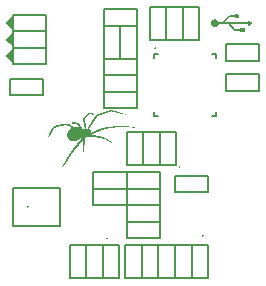
<source format=gto>
G04*
G04 #@! TF.GenerationSoftware,Altium Limited,Altium Designer,21.6.4 (81)*
G04*
G04 Layer_Color=65535*
%FSLAX44Y44*%
%MOMM*%
G71*
G04*
G04 #@! TF.SameCoordinates,1A298312-32F8-40E2-ABFB-EEC58CCF35F7*
G04*
G04*
G04 #@! TF.FilePolarity,Positive*
G04*
G01*
G75*
%ADD10C,0.1530*%
%ADD11C,0.1540*%
G36*
X183000Y187192D02*
Y197192D01*
X178000Y192192D01*
X183000Y187192D01*
D02*
G37*
G36*
X260365Y144750D02*
Y144808D01*
X260596D01*
Y144865D01*
X260711D01*
Y144923D01*
X260885D01*
Y144981D01*
X261115D01*
Y145038D01*
X261231D01*
Y145096D01*
X261462D01*
Y145154D01*
X261577D01*
Y145211D01*
X261808D01*
Y145269D01*
X261923D01*
Y145327D01*
X262096D01*
Y145385D01*
X262327D01*
Y145442D01*
X262442D01*
Y145500D01*
X262731D01*
Y145558D01*
X262846D01*
Y145615D01*
X263019D01*
Y145673D01*
X263250D01*
Y145731D01*
X263423D01*
Y145788D01*
X263711D01*
Y145846D01*
X263827D01*
Y145904D01*
X264115D01*
Y145962D01*
X264288D01*
Y146019D01*
X264519D01*
Y146077D01*
X264808D01*
Y146135D01*
X265039D01*
Y146192D01*
X265442D01*
Y146250D01*
X265846D01*
Y146308D01*
X266192D01*
Y146250D01*
X266423D01*
Y146192D01*
X266712D01*
Y146135D01*
X266885D01*
Y146077D01*
X267173D01*
Y146019D01*
X267404D01*
Y145962D01*
X267577D01*
Y145904D01*
X267865D01*
Y145846D01*
X268039D01*
Y145788D01*
X268327D01*
Y145731D01*
X268500D01*
Y145673D01*
X268731D01*
Y145615D01*
X268962D01*
Y145558D01*
X269135D01*
Y145500D01*
X269423D01*
Y145442D01*
X269596D01*
Y145385D01*
X269885D01*
Y145327D01*
X270058D01*
Y145269D01*
X270289D01*
Y145211D01*
X270519D01*
Y145154D01*
X270692D01*
Y145096D01*
X270981D01*
Y145038D01*
X271154D01*
Y144981D01*
X271385D01*
Y144923D01*
X271558D01*
Y144865D01*
X271731D01*
Y144808D01*
X272019D01*
Y144750D01*
X272192D01*
Y144692D01*
X272423D01*
Y144635D01*
X272596D01*
Y144577D01*
X272827D01*
Y144519D01*
X273058D01*
Y144461D01*
X273173D01*
Y144404D01*
X273461D01*
Y144346D01*
X273635D01*
Y144289D01*
X273865D01*
Y144231D01*
X274039D01*
Y144173D01*
X274212D01*
Y144115D01*
X274442D01*
Y144058D01*
X274558D01*
Y144000D01*
X274846D01*
Y143942D01*
X274961D01*
Y143885D01*
X275192D01*
Y143827D01*
X275365D01*
Y143769D01*
X275539D01*
Y143712D01*
X275769D01*
Y143654D01*
X275885D01*
Y143596D01*
X276115D01*
Y143538D01*
X276288D01*
Y143481D01*
X276404D01*
Y143423D01*
X276635D01*
Y143365D01*
X276750D01*
Y143308D01*
X276981D01*
Y143250D01*
X277096D01*
Y143192D01*
X277211D01*
Y143135D01*
X277442D01*
Y143077D01*
X277500D01*
Y143019D01*
X277731D01*
Y142962D01*
X277788D01*
Y142904D01*
X277962D01*
Y142846D01*
X278077D01*
Y142788D01*
X278192D01*
Y142731D01*
X278308D01*
Y142615D01*
X277673D01*
Y142673D01*
X277327D01*
Y142731D01*
X276808D01*
Y142788D01*
X276519D01*
Y142846D01*
X276231D01*
Y142904D01*
X275942D01*
Y142962D01*
X275769D01*
Y143019D01*
X275481D01*
Y143077D01*
X275308D01*
Y143135D01*
X275077D01*
Y143192D01*
X274846D01*
Y143250D01*
X274673D01*
Y143308D01*
X274385D01*
Y143365D01*
X274212D01*
Y143423D01*
X273923D01*
Y143481D01*
X273750D01*
Y143538D01*
X273519D01*
Y143596D01*
X273231D01*
Y143654D01*
X273115D01*
Y143712D01*
X272769D01*
Y143769D01*
X272596D01*
Y143827D01*
X272365D01*
Y143885D01*
X272135D01*
Y143942D01*
X271961D01*
Y144000D01*
X271615D01*
Y144058D01*
X271500D01*
Y144115D01*
X271154D01*
Y144173D01*
X270981D01*
Y144231D01*
X270750D01*
Y144289D01*
X270519D01*
Y144346D01*
X270346D01*
Y144404D01*
X270000D01*
Y144461D01*
X269827D01*
Y144519D01*
X269596D01*
Y144577D01*
X269365D01*
Y144635D01*
X269192D01*
Y144692D01*
X268846D01*
Y144750D01*
X268731D01*
Y144808D01*
X268385D01*
Y144865D01*
X268211D01*
Y144923D01*
X267981D01*
Y144981D01*
X267692D01*
Y145038D01*
X267577D01*
Y145096D01*
X267231D01*
Y145154D01*
X267058D01*
Y145211D01*
X266769D01*
Y145269D01*
X266596D01*
Y145327D01*
X266308D01*
Y145269D01*
X266192D01*
Y145211D01*
X266019D01*
Y145154D01*
X265904D01*
Y145096D01*
X265673D01*
Y145038D01*
X265558D01*
Y144981D01*
X265327D01*
Y144923D01*
X265154D01*
Y144865D01*
X265039D01*
Y144808D01*
X264808D01*
Y144750D01*
X264692D01*
Y144692D01*
X264461D01*
Y144635D01*
X264288D01*
Y144577D01*
X264115D01*
Y144519D01*
X263942D01*
Y144461D01*
X263827D01*
Y144404D01*
X263538D01*
Y144346D01*
X263423D01*
Y144289D01*
X263192D01*
Y144231D01*
X263077D01*
Y144173D01*
X262904D01*
Y144115D01*
X262673D01*
Y144058D01*
X262558D01*
Y144000D01*
X262327D01*
Y143942D01*
X262211D01*
Y143885D01*
X262038D01*
Y143827D01*
X261808D01*
Y143769D01*
X261692D01*
Y143712D01*
X261462D01*
Y143654D01*
X261289D01*
Y143596D01*
X261115D01*
Y143538D01*
X260942D01*
Y143481D01*
X260769D01*
Y143423D01*
X260539D01*
Y143365D01*
X260423D01*
Y143308D01*
X260192D01*
Y143250D01*
X260077D01*
Y143192D01*
X259904D01*
Y143135D01*
X259673D01*
Y143077D01*
X259558D01*
Y143019D01*
X259327D01*
Y142962D01*
X259212D01*
Y142904D01*
X258981D01*
Y142846D01*
X258808D01*
Y142788D01*
X258692D01*
Y142731D01*
X258404D01*
Y142673D01*
X258346D01*
Y142615D01*
X258058D01*
Y142558D01*
X257942D01*
Y142500D01*
X257769D01*
Y142442D01*
X257538D01*
Y142385D01*
X257423D01*
Y142327D01*
X257192D01*
Y142269D01*
X257077D01*
Y142212D01*
X256846D01*
Y142154D01*
X256673D01*
Y142096D01*
X256558D01*
Y142038D01*
X256327D01*
Y141981D01*
X256211D01*
Y141923D01*
X255981D01*
Y141865D01*
X255808D01*
Y141808D01*
X255635D01*
Y141750D01*
X255462D01*
Y141692D01*
X255289D01*
Y141635D01*
X255058D01*
Y141577D01*
X254942D01*
Y141519D01*
X254711D01*
Y141461D01*
X254538D01*
Y141404D01*
X254423D01*
Y141346D01*
X254308D01*
Y141231D01*
X254250D01*
Y141173D01*
X254192D01*
Y141058D01*
X254135D01*
Y141000D01*
X254077D01*
Y140885D01*
X254019D01*
Y140769D01*
X253962D01*
Y140711D01*
X253904D01*
Y140596D01*
X253846D01*
Y140539D01*
X253789D01*
Y140423D01*
X253731D01*
Y140365D01*
X253673D01*
Y140250D01*
X253615D01*
Y140135D01*
X253558D01*
Y140077D01*
X253500D01*
Y139962D01*
X253442D01*
Y139904D01*
X253385D01*
Y139789D01*
X253327D01*
Y139731D01*
X253269D01*
Y139673D01*
X253211D01*
Y139500D01*
X253154D01*
Y139442D01*
X253096D01*
Y139327D01*
X253039D01*
Y139269D01*
X252981D01*
Y139212D01*
X252923D01*
Y139096D01*
X252865D01*
Y138981D01*
X252808D01*
Y138865D01*
X252750D01*
Y138808D01*
X252692D01*
Y138750D01*
X252635D01*
Y138635D01*
X252577D01*
Y138577D01*
X252519D01*
Y138462D01*
X252461D01*
Y138346D01*
X252404D01*
Y138288D01*
X252346D01*
Y138173D01*
X252288D01*
Y138115D01*
X252231D01*
Y138000D01*
X252173D01*
Y137942D01*
X252115D01*
Y137827D01*
X252058D01*
Y137711D01*
X252000D01*
Y137654D01*
X251942D01*
Y137538D01*
X251885D01*
Y137481D01*
X251827D01*
Y137365D01*
X251769D01*
Y137308D01*
X251712D01*
Y137192D01*
X251654D01*
Y137077D01*
X251596D01*
Y137019D01*
X251539D01*
Y136904D01*
X251481D01*
Y136846D01*
X251423D01*
Y136731D01*
X251365D01*
Y136615D01*
X251308D01*
Y136558D01*
X251250D01*
Y136442D01*
X251192D01*
Y136385D01*
X251135D01*
Y136269D01*
X251077D01*
Y136212D01*
X251019D01*
Y136096D01*
X250961D01*
Y135981D01*
X250904D01*
Y135923D01*
X250846D01*
Y135808D01*
X250788D01*
Y135750D01*
X250731D01*
Y135635D01*
X250673D01*
Y135577D01*
X250615D01*
Y135462D01*
X250558D01*
Y135346D01*
X250500D01*
Y135288D01*
X250442D01*
Y135173D01*
X250385D01*
Y135115D01*
X250327D01*
Y135000D01*
X250269D01*
Y134885D01*
X250212D01*
Y134827D01*
X250154D01*
Y134712D01*
X250096D01*
Y134654D01*
X250039D01*
Y134538D01*
X249981D01*
Y134481D01*
X249923D01*
Y134365D01*
X249865D01*
Y134250D01*
X249808D01*
Y134192D01*
X249750D01*
Y134077D01*
X249692D01*
Y134019D01*
X249635D01*
Y133904D01*
X249577D01*
Y133846D01*
X249519D01*
Y133731D01*
X249461D01*
Y133615D01*
X249404D01*
Y133558D01*
X249346D01*
Y133442D01*
X249289D01*
Y133385D01*
X249231D01*
Y133269D01*
X249173D01*
Y133211D01*
X249115D01*
Y133096D01*
X249058D01*
Y132981D01*
X249000D01*
Y132923D01*
X248942D01*
Y132808D01*
X248885D01*
Y132750D01*
X248827D01*
Y132635D01*
X248769D01*
Y132519D01*
X248711D01*
Y132462D01*
X248654D01*
Y132346D01*
X248596D01*
Y132289D01*
X248538D01*
Y132173D01*
X248481D01*
Y132115D01*
X248423D01*
Y132058D01*
X248365D01*
Y131885D01*
X248308D01*
Y131827D01*
X248250D01*
Y131712D01*
X248192D01*
Y131654D01*
X248135D01*
Y131596D01*
X248077D01*
Y131481D01*
X248019D01*
Y131365D01*
X247962D01*
Y131308D01*
X247904D01*
Y131192D01*
X247846D01*
Y131135D01*
X247789D01*
Y131019D01*
X247731D01*
Y130962D01*
X247673D01*
Y130846D01*
X247615D01*
Y130731D01*
X247558D01*
Y130673D01*
X247500D01*
Y130558D01*
X247442D01*
Y130500D01*
X247385D01*
Y130385D01*
X247327D01*
Y130327D01*
X247269D01*
Y130154D01*
X247500D01*
Y130096D01*
X247615D01*
Y130038D01*
X247789D01*
Y129981D01*
X247904D01*
Y129923D01*
X248019D01*
Y129865D01*
X248135D01*
Y129808D01*
X248192D01*
Y129750D01*
X248250D01*
Y129692D01*
X248308D01*
Y129635D01*
X248365D01*
Y129519D01*
X248423D01*
Y129404D01*
X248481D01*
Y129289D01*
X248538D01*
Y129115D01*
X248596D01*
Y128885D01*
X248654D01*
Y127962D01*
X248596D01*
Y127615D01*
X248538D01*
Y127385D01*
X248481D01*
Y127096D01*
X248423D01*
Y126865D01*
X248481D01*
Y126923D01*
X248596D01*
Y126981D01*
X248711D01*
Y127038D01*
X248769D01*
Y127096D01*
X248942D01*
Y127154D01*
X249000D01*
Y127212D01*
X249173D01*
Y127269D01*
X249231D01*
Y127327D01*
X249346D01*
Y127385D01*
X249519D01*
Y127442D01*
X249577D01*
Y127500D01*
X249692D01*
Y127558D01*
X249808D01*
Y127615D01*
X249923D01*
Y127673D01*
X250039D01*
Y127731D01*
X250154D01*
Y127788D01*
X250269D01*
Y127846D01*
X250385D01*
Y127904D01*
X250500D01*
Y127962D01*
X250615D01*
Y128019D01*
X250731D01*
Y128077D01*
X250846D01*
Y128135D01*
X250961D01*
Y128192D01*
X251077D01*
Y128250D01*
X251192D01*
Y128308D01*
X251308D01*
Y128365D01*
X251481D01*
Y128423D01*
X251539D01*
Y128481D01*
X251712D01*
Y128539D01*
X251769D01*
Y128596D01*
X251942D01*
Y128654D01*
X252058D01*
Y128712D01*
X252173D01*
Y128769D01*
X252346D01*
Y128827D01*
X252404D01*
Y128885D01*
X252577D01*
Y128942D01*
X252692D01*
Y129000D01*
X252808D01*
Y129058D01*
X252981D01*
Y129115D01*
X253039D01*
Y129173D01*
X253211D01*
Y129231D01*
X253327D01*
Y129289D01*
X253500D01*
Y129346D01*
X253615D01*
Y129404D01*
X253731D01*
Y129461D01*
X253904D01*
Y129519D01*
X254019D01*
Y129577D01*
X254192D01*
Y129635D01*
X254308D01*
Y129692D01*
X254423D01*
Y129750D01*
X254596D01*
Y129808D01*
X254711D01*
Y129865D01*
X254942D01*
Y129923D01*
X255000D01*
Y129981D01*
X255173D01*
Y130038D01*
X255346D01*
Y130096D01*
X255462D01*
Y130154D01*
X255692D01*
Y130211D01*
X255808D01*
Y130269D01*
X255981D01*
Y130327D01*
X256154D01*
Y130385D01*
X256269D01*
Y130442D01*
X256500D01*
Y130500D01*
X256615D01*
Y130558D01*
X256846D01*
Y130615D01*
X256961D01*
Y130673D01*
X257192D01*
Y130731D01*
X257365D01*
Y130788D01*
X257481D01*
Y130846D01*
X257769D01*
Y130904D01*
X257885D01*
Y130962D01*
X258173D01*
Y131019D01*
X258346D01*
Y131077D01*
X258519D01*
Y131135D01*
X258808D01*
Y131192D01*
X258923D01*
Y131250D01*
X259269D01*
Y131308D01*
X259442D01*
Y131365D01*
X259731D01*
Y131423D01*
X260019D01*
Y131481D01*
X260250D01*
Y131538D01*
X260711D01*
Y131596D01*
X260942D01*
Y131654D01*
X261635D01*
Y131712D01*
X262731D01*
Y131769D01*
X263077D01*
Y131827D01*
X263538D01*
Y131885D01*
X263827D01*
Y131942D01*
X264346D01*
Y132000D01*
X264635D01*
Y132058D01*
X265039D01*
Y132115D01*
X265442D01*
Y132173D01*
X265731D01*
Y132231D01*
X266250D01*
Y132289D01*
X266539D01*
Y132346D01*
X267058D01*
Y132404D01*
X267404D01*
Y132462D01*
X267750D01*
Y132519D01*
X268269D01*
Y132577D01*
X268558D01*
Y132635D01*
X269135D01*
Y132692D01*
X269423D01*
Y132750D01*
X269942D01*
Y132808D01*
X270346D01*
Y132865D01*
X270692D01*
Y132923D01*
X271269D01*
Y132981D01*
X271615D01*
Y133039D01*
X272250D01*
Y133096D01*
X272654D01*
Y133154D01*
X273173D01*
Y133211D01*
X274731D01*
Y133154D01*
X275308D01*
Y133096D01*
X275827D01*
Y133039D01*
X276635D01*
Y132981D01*
X277038D01*
Y132923D01*
X277788D01*
Y132865D01*
X278192D01*
Y132808D01*
X278711D01*
Y132750D01*
X279289D01*
Y132692D01*
X279635D01*
Y132635D01*
X280269D01*
Y132577D01*
X280615D01*
Y132519D01*
X281135D01*
Y132462D01*
X281539D01*
Y132404D01*
X281827D01*
Y132346D01*
X282346D01*
Y132289D01*
X282635D01*
Y132231D01*
X283096D01*
Y132173D01*
X283385D01*
Y132115D01*
X283673D01*
Y132058D01*
X284019D01*
Y132000D01*
X284250D01*
Y131942D01*
X284654D01*
Y131885D01*
X284827D01*
Y131827D01*
X285173D01*
Y131769D01*
X285404D01*
Y131712D01*
X285577D01*
Y131654D01*
X285865D01*
Y131596D01*
X286038D01*
Y131538D01*
X286269D01*
Y131481D01*
X286385D01*
Y131423D01*
X286615D01*
Y131365D01*
X286731D01*
Y131308D01*
X286789D01*
Y131250D01*
X286269D01*
Y131308D01*
X285981D01*
Y131365D01*
X285577D01*
Y131423D01*
X285173D01*
Y131481D01*
X284885D01*
Y131538D01*
X284308D01*
Y131596D01*
X284019D01*
Y131654D01*
X283500D01*
Y131712D01*
X283154D01*
Y131769D01*
X282750D01*
Y131827D01*
X282231D01*
Y131885D01*
X281885D01*
Y131942D01*
X281250D01*
Y132000D01*
X280904D01*
Y132058D01*
X280327D01*
Y132115D01*
X279808D01*
Y132173D01*
X279346D01*
Y132231D01*
X278538D01*
Y132289D01*
X278135D01*
Y132346D01*
X277154D01*
Y132404D01*
X276346D01*
Y132462D01*
X274327D01*
Y132404D01*
X274212D01*
Y132346D01*
X273750D01*
Y132289D01*
X273461D01*
Y132231D01*
X272942D01*
Y132173D01*
X272654D01*
Y132115D01*
X272250D01*
Y132058D01*
X271846D01*
Y132000D01*
X271558D01*
Y131942D01*
X271038D01*
Y131885D01*
X270750D01*
Y131827D01*
X270289D01*
Y131769D01*
X269942D01*
Y131712D01*
X269596D01*
Y131654D01*
X269077D01*
Y131596D01*
X268789D01*
Y131538D01*
X268269D01*
Y131481D01*
X267981D01*
Y131423D01*
X267577D01*
Y131365D01*
X267115D01*
Y131308D01*
X266827D01*
Y131250D01*
X266308D01*
Y131192D01*
X266019D01*
Y131135D01*
X265500D01*
Y131077D01*
X265154D01*
Y131019D01*
X264808D01*
Y130962D01*
X264288D01*
Y130904D01*
X264000D01*
Y130846D01*
X263481D01*
Y130788D01*
X263135D01*
Y130731D01*
X262731D01*
Y130673D01*
X262385D01*
Y130615D01*
X262154D01*
Y130558D01*
X261808D01*
Y130500D01*
X261635D01*
Y130442D01*
X261346D01*
Y130385D01*
X261173D01*
Y130327D01*
X261000D01*
Y130269D01*
X260711D01*
Y130211D01*
X260596D01*
Y130154D01*
X260308D01*
Y130096D01*
X260192D01*
Y130038D01*
X260019D01*
Y129981D01*
X259788D01*
Y129923D01*
X259673D01*
Y129865D01*
X259442D01*
Y129808D01*
X259327D01*
Y129750D01*
X259096D01*
Y129692D01*
X258981D01*
Y129635D01*
X258808D01*
Y129577D01*
X258635D01*
Y129519D01*
X258519D01*
Y129461D01*
X258288D01*
Y129404D01*
X258173D01*
Y129346D01*
X258000D01*
Y129289D01*
X257827D01*
Y129231D01*
X257769D01*
Y129173D01*
X257538D01*
Y129115D01*
X257423D01*
Y129058D01*
X257250D01*
Y129000D01*
X257135D01*
Y128942D01*
X256961D01*
Y128885D01*
X256789D01*
Y128827D01*
X256731D01*
Y128769D01*
X256500D01*
Y128712D01*
X256385D01*
Y128654D01*
X256269D01*
Y128596D01*
X256096D01*
Y128539D01*
X255981D01*
Y128481D01*
X255808D01*
Y128423D01*
X255692D01*
Y128365D01*
X255519D01*
Y128308D01*
X255404D01*
Y128250D01*
X255289D01*
Y128192D01*
X255115D01*
Y128135D01*
X255058D01*
Y128077D01*
X254827D01*
Y128019D01*
X254769D01*
Y127962D01*
X254596D01*
Y127904D01*
X254481D01*
Y127846D01*
X254365D01*
Y127788D01*
X254192D01*
Y127731D01*
X254077D01*
Y127673D01*
X253904D01*
Y127615D01*
X253789D01*
Y127558D01*
X253731D01*
Y127500D01*
X253558D01*
Y127442D01*
X253442D01*
Y127385D01*
X253269D01*
Y127327D01*
X253154D01*
Y127269D01*
X253039D01*
Y127212D01*
X252923D01*
Y127154D01*
X252808D01*
Y127096D01*
X252635D01*
Y127038D01*
X252577D01*
Y126981D01*
X252404D01*
Y126923D01*
X252288D01*
Y126865D01*
X252173D01*
Y126808D01*
X252000D01*
Y126750D01*
X251942D01*
Y126692D01*
X251769D01*
Y126635D01*
X251654D01*
Y126577D01*
X251539D01*
Y126519D01*
X251423D01*
Y126461D01*
X251308D01*
Y126404D01*
X251135D01*
Y126346D01*
X251077D01*
Y126288D01*
X250904D01*
Y126231D01*
X250788D01*
Y126173D01*
X250731D01*
Y126115D01*
X250558D01*
Y126058D01*
X250500D01*
Y126000D01*
X250327D01*
Y125942D01*
X250212D01*
Y125885D01*
X250096D01*
Y125827D01*
X249981D01*
Y125769D01*
X249865D01*
Y125711D01*
X249692D01*
Y125654D01*
X249635D01*
Y125596D01*
X249461D01*
Y125539D01*
X249404D01*
Y125481D01*
X249346D01*
Y125423D01*
X249404D01*
Y125365D01*
X249692D01*
Y125308D01*
X250212D01*
Y125250D01*
X250500D01*
Y125192D01*
X250904D01*
Y125135D01*
X251308D01*
Y125077D01*
X251596D01*
Y125019D01*
X252115D01*
Y124962D01*
X252346D01*
Y124904D01*
X252808D01*
Y124846D01*
X253096D01*
Y124788D01*
X253385D01*
Y124731D01*
X253789D01*
Y124673D01*
X254019D01*
Y124615D01*
X254481D01*
Y124558D01*
X254711D01*
Y124500D01*
X255000D01*
Y124442D01*
X255346D01*
Y124385D01*
X255577D01*
Y124327D01*
X255981D01*
Y124269D01*
X256154D01*
Y124212D01*
X256500D01*
Y124154D01*
X256731D01*
Y124096D01*
X256961D01*
Y124038D01*
X257250D01*
Y123981D01*
X257423D01*
Y123923D01*
X257712D01*
Y123865D01*
X257885D01*
Y123808D01*
X258115D01*
Y123750D01*
X258346D01*
Y123692D01*
X258461D01*
Y123635D01*
X258750D01*
Y123577D01*
X258865D01*
Y123519D01*
X259096D01*
Y123462D01*
X259212D01*
Y123404D01*
X259327D01*
Y123346D01*
X259500D01*
Y123288D01*
X259615D01*
Y123231D01*
X259788D01*
Y123173D01*
X259846D01*
Y123115D01*
X259961D01*
Y123058D01*
X260019D01*
Y123000D01*
X260135D01*
Y122942D01*
X260308D01*
Y122885D01*
X260365D01*
Y122827D01*
X260539D01*
Y122769D01*
X260654D01*
Y122711D01*
X260769D01*
Y122654D01*
X260885D01*
Y122596D01*
X261000D01*
Y122538D01*
X261115D01*
Y122481D01*
X261231D01*
Y122423D01*
X261346D01*
Y122365D01*
X261404D01*
Y122308D01*
X261519D01*
Y122250D01*
X261635D01*
Y122192D01*
X261692D01*
Y122135D01*
X261865D01*
Y122077D01*
X261923D01*
Y122019D01*
X262038D01*
Y121961D01*
X262154D01*
Y121904D01*
X262211D01*
Y121846D01*
X262327D01*
Y121789D01*
X262442D01*
Y121731D01*
X262500D01*
Y121673D01*
X262615D01*
Y121615D01*
X262673D01*
Y121558D01*
X262846D01*
Y121500D01*
X262904D01*
Y121442D01*
X263019D01*
Y121385D01*
X263077D01*
Y121327D01*
X263192D01*
Y121269D01*
X263308D01*
Y121212D01*
X263365D01*
Y121154D01*
X263481D01*
Y121096D01*
X263538D01*
Y121039D01*
X263654D01*
Y120981D01*
X263711D01*
Y120923D01*
X263769D01*
Y120865D01*
X263942D01*
Y120808D01*
X264000D01*
Y120750D01*
X264058D01*
Y120692D01*
X264173D01*
Y120635D01*
X264231D01*
Y120577D01*
X264346D01*
Y120519D01*
X264404D01*
Y120462D01*
X264519D01*
Y120404D01*
X264577D01*
Y120346D01*
X264692D01*
Y120288D01*
X264808D01*
Y120231D01*
X264865D01*
Y120173D01*
X264981D01*
Y120115D01*
X265039D01*
Y120058D01*
X265096D01*
Y120000D01*
X265212D01*
Y119942D01*
X265269D01*
Y119885D01*
X265385D01*
Y119827D01*
X265442D01*
Y119769D01*
X265558D01*
Y119712D01*
X265615D01*
Y119654D01*
X265731D01*
Y119596D01*
X265788D01*
Y119538D01*
X265846D01*
Y119481D01*
X265961D01*
Y119423D01*
X266019D01*
Y119365D01*
X266135D01*
Y119308D01*
X266192D01*
Y119250D01*
X266250D01*
Y119192D01*
X266365D01*
Y119135D01*
X266423D01*
Y119077D01*
X266481D01*
Y119019D01*
X266596D01*
Y118961D01*
X266654D01*
Y118904D01*
X266769D01*
Y118846D01*
X266827D01*
Y118788D01*
X266885D01*
Y118731D01*
X266942D01*
Y118673D01*
X267000D01*
Y118615D01*
X267058D01*
Y118558D01*
X266942D01*
Y118615D01*
X266827D01*
Y118673D01*
X266654D01*
Y118731D01*
X266596D01*
Y118788D01*
X266423D01*
Y118846D01*
X266365D01*
Y118904D01*
X266250D01*
Y118961D01*
X266077D01*
Y119019D01*
X266019D01*
Y119077D01*
X265846D01*
Y119135D01*
X265788D01*
Y119192D01*
X265615D01*
Y119250D01*
X265500D01*
Y119308D01*
X265442D01*
Y119365D01*
X265269D01*
Y119423D01*
X265212D01*
Y119481D01*
X265039D01*
Y119538D01*
X264981D01*
Y119596D01*
X264865D01*
Y119654D01*
X264750D01*
Y119712D01*
X264635D01*
Y119769D01*
X264519D01*
Y119827D01*
X264404D01*
Y119885D01*
X264288D01*
Y119942D01*
X264173D01*
Y120000D01*
X264115D01*
Y120058D01*
X263942D01*
Y120115D01*
X263885D01*
Y120173D01*
X263711D01*
Y120231D01*
X263654D01*
Y120288D01*
X263538D01*
Y120346D01*
X263423D01*
Y120404D01*
X263308D01*
Y120462D01*
X263192D01*
Y120519D01*
X263077D01*
Y120577D01*
X262962D01*
Y120635D01*
X262846D01*
Y120692D01*
X262789D01*
Y120750D01*
X262615D01*
Y120808D01*
X262558D01*
Y120865D01*
X262385D01*
Y120923D01*
X262327D01*
Y120981D01*
X262211D01*
Y121039D01*
X262096D01*
Y121096D01*
X261981D01*
Y121154D01*
X261865D01*
Y121212D01*
X261808D01*
Y121269D01*
X261635D01*
Y121327D01*
X261577D01*
Y121385D01*
X261462D01*
Y121442D01*
X261289D01*
Y121500D01*
X261231D01*
Y121558D01*
X261115D01*
Y121615D01*
X261000D01*
Y121673D01*
X260885D01*
Y121731D01*
X260769D01*
Y121789D01*
X260711D01*
Y121846D01*
X260539D01*
Y121904D01*
X260481D01*
Y121961D01*
X260308D01*
Y122019D01*
X260250D01*
Y122077D01*
X260019D01*
Y122019D01*
X259904D01*
Y121961D01*
X259038D01*
Y122019D01*
X258923D01*
Y122077D01*
X258750D01*
Y122135D01*
X258577D01*
Y122192D01*
X258461D01*
Y122250D01*
X258173D01*
Y122308D01*
X258058D01*
Y122365D01*
X257827D01*
Y122423D01*
X257596D01*
Y122481D01*
X257481D01*
Y122538D01*
X257135D01*
Y122596D01*
X257019D01*
Y122654D01*
X256673D01*
Y122711D01*
X256442D01*
Y122769D01*
X256211D01*
Y122827D01*
X255865D01*
Y122885D01*
X255692D01*
Y122942D01*
X255231D01*
Y123000D01*
X254942D01*
Y123058D01*
X254538D01*
Y123115D01*
X254135D01*
Y123173D01*
X253789D01*
Y123231D01*
X253096D01*
Y123288D01*
X252692D01*
Y123346D01*
X251769D01*
Y123404D01*
X250904D01*
Y123462D01*
X247789D01*
Y123404D01*
X246289D01*
Y123462D01*
X245942D01*
Y123519D01*
X245596D01*
Y123577D01*
X245481D01*
Y123635D01*
X245250D01*
Y123692D01*
X245135D01*
Y123750D01*
X245019D01*
Y123808D01*
X244904D01*
Y123865D01*
X244846D01*
Y123923D01*
X244731D01*
Y123865D01*
X244673D01*
Y123519D01*
X244615D01*
Y123173D01*
X244558D01*
Y123058D01*
X244500D01*
Y122885D01*
X244442D01*
Y122769D01*
X244385D01*
Y122711D01*
X244327D01*
Y122596D01*
X244269D01*
Y122538D01*
X244212D01*
Y122423D01*
X244154D01*
Y122365D01*
X244039D01*
Y122308D01*
X243981D01*
Y122250D01*
X243865D01*
Y122192D01*
X243808D01*
Y120404D01*
X243750D01*
Y119596D01*
X243692D01*
Y118961D01*
X243635D01*
Y118500D01*
X243577D01*
Y118269D01*
X243519D01*
Y117923D01*
X243461D01*
Y117635D01*
X243404D01*
Y117000D01*
X243346D01*
Y116538D01*
X243288D01*
Y116135D01*
X243231D01*
Y115500D01*
X243173D01*
Y115211D01*
X243115D01*
Y114577D01*
X243058D01*
Y114231D01*
X243000D01*
Y113769D01*
X242942D01*
Y113308D01*
X242885D01*
Y112962D01*
X242827D01*
Y112442D01*
X242769D01*
Y112154D01*
X242712D01*
Y111692D01*
X242654D01*
Y111346D01*
X242596D01*
Y111115D01*
X242539D01*
Y110711D01*
X242481D01*
Y110481D01*
X242423D01*
Y110192D01*
X242365D01*
Y110135D01*
X242250D01*
Y110250D01*
X242192D01*
Y110827D01*
X242135D01*
Y113654D01*
X242192D01*
Y115385D01*
X242250D01*
Y117289D01*
X242308D01*
Y118327D01*
X242250D01*
Y120346D01*
X242308D01*
Y120981D01*
X242135D01*
Y120923D01*
X242077D01*
Y120865D01*
X242019D01*
Y120808D01*
X241961D01*
Y120750D01*
X241904D01*
Y120692D01*
X241846D01*
Y120577D01*
X241731D01*
Y120462D01*
X241673D01*
Y120404D01*
X241615D01*
Y120346D01*
X241558D01*
Y120288D01*
X241500D01*
Y120231D01*
X241442D01*
Y120173D01*
X241385D01*
Y120115D01*
X241327D01*
Y120000D01*
X241269D01*
Y119942D01*
X241211D01*
Y119885D01*
X241154D01*
Y119827D01*
X241096D01*
Y119769D01*
X241038D01*
Y119654D01*
X240981D01*
Y119596D01*
X240923D01*
Y119538D01*
X240865D01*
Y119481D01*
X240808D01*
Y119423D01*
X240750D01*
Y119365D01*
X240692D01*
Y119308D01*
X240635D01*
Y119192D01*
X240577D01*
Y119135D01*
X240519D01*
Y119077D01*
X240462D01*
Y118961D01*
X240404D01*
Y118904D01*
X240346D01*
Y118846D01*
X240288D01*
Y118788D01*
X240231D01*
Y118731D01*
X240173D01*
Y118615D01*
X240115D01*
Y118558D01*
X240058D01*
Y118500D01*
X240000D01*
Y118442D01*
X239942D01*
Y118327D01*
X239885D01*
Y118269D01*
X239827D01*
Y118211D01*
X239769D01*
Y118154D01*
X239711D01*
Y118096D01*
X239654D01*
Y117981D01*
X239596D01*
Y117923D01*
X239538D01*
Y117865D01*
X239481D01*
Y117808D01*
X239423D01*
Y117750D01*
X239365D01*
Y117635D01*
X239308D01*
Y117577D01*
X239250D01*
Y117519D01*
X239192D01*
Y117404D01*
X239135D01*
Y117346D01*
X239077D01*
Y117289D01*
X239019D01*
Y117231D01*
X238962D01*
Y117115D01*
X238904D01*
Y117058D01*
X238846D01*
Y117000D01*
X238788D01*
Y116942D01*
X238731D01*
Y116885D01*
X238673D01*
Y116769D01*
X238615D01*
Y116712D01*
X238558D01*
Y116654D01*
X238500D01*
Y116596D01*
X238442D01*
Y116481D01*
X238385D01*
Y116423D01*
X238327D01*
Y116365D01*
X238269D01*
Y116250D01*
X238211D01*
Y116192D01*
X238154D01*
Y116135D01*
X238096D01*
Y116077D01*
X238039D01*
Y116019D01*
X237981D01*
Y115904D01*
X237923D01*
Y115846D01*
X237865D01*
Y115788D01*
X237808D01*
Y115731D01*
X237750D01*
Y115615D01*
X237692D01*
Y115558D01*
X237635D01*
Y115500D01*
X237577D01*
Y115385D01*
X237519D01*
Y115327D01*
X237461D01*
Y115269D01*
X237404D01*
Y115211D01*
X237346D01*
Y115154D01*
X237288D01*
Y115038D01*
X237231D01*
Y114981D01*
X237173D01*
Y114923D01*
X237115D01*
Y114865D01*
X237058D01*
Y114750D01*
X237000D01*
Y114692D01*
X236942D01*
Y114635D01*
X236885D01*
Y114577D01*
X236827D01*
Y114519D01*
X236769D01*
Y114404D01*
X236712D01*
Y114346D01*
X236654D01*
Y114289D01*
X236596D01*
Y114231D01*
X236539D01*
Y114115D01*
X236481D01*
Y114058D01*
X236423D01*
Y114000D01*
X236365D01*
Y113942D01*
X236308D01*
Y113827D01*
X236250D01*
Y113769D01*
X236192D01*
Y113712D01*
X236135D01*
Y113654D01*
X236077D01*
Y113596D01*
X236019D01*
Y113481D01*
X235961D01*
Y113423D01*
X235904D01*
Y113365D01*
X235846D01*
Y113308D01*
X235788D01*
Y113192D01*
X235731D01*
Y113135D01*
X235673D01*
Y113077D01*
X235615D01*
Y113019D01*
X235558D01*
Y112962D01*
X235500D01*
Y112846D01*
X235442D01*
Y112788D01*
X235385D01*
Y112731D01*
X235327D01*
Y112673D01*
X235269D01*
Y112558D01*
X235212D01*
Y112500D01*
X235154D01*
Y112442D01*
X235096D01*
Y112385D01*
X235039D01*
Y112327D01*
X234981D01*
Y112212D01*
X234923D01*
Y112154D01*
X234865D01*
Y112096D01*
X234808D01*
Y112038D01*
X234750D01*
Y111981D01*
X234692D01*
Y111865D01*
X234635D01*
Y111808D01*
X234577D01*
Y111750D01*
X234519D01*
Y111692D01*
X234461D01*
Y111635D01*
X234404D01*
Y111519D01*
X234346D01*
Y111461D01*
X234289D01*
Y111404D01*
X234231D01*
Y111346D01*
X234173D01*
Y111288D01*
X234115D01*
Y111173D01*
X234058D01*
Y111115D01*
X234000D01*
Y111058D01*
X233942D01*
Y111000D01*
X233885D01*
Y110942D01*
X233827D01*
Y110885D01*
X233769D01*
Y110769D01*
X233711D01*
Y110711D01*
X233654D01*
Y110654D01*
X233596D01*
Y110596D01*
X233538D01*
Y110539D01*
X233481D01*
Y110481D01*
X233423D01*
Y110365D01*
X233365D01*
Y110308D01*
X233308D01*
Y110250D01*
X233250D01*
Y110192D01*
X233192D01*
Y110135D01*
X233135D01*
Y110077D01*
X233077D01*
Y110019D01*
X233019D01*
Y109904D01*
X232962D01*
Y109789D01*
X232904D01*
Y109731D01*
X232846D01*
Y109615D01*
X232789D01*
Y109558D01*
X232731D01*
Y109442D01*
X232673D01*
Y109385D01*
X232615D01*
Y109269D01*
X232558D01*
Y109154D01*
X232500D01*
Y109096D01*
X232442D01*
Y108981D01*
X232385D01*
Y108923D01*
X232327D01*
Y108808D01*
X232269D01*
Y108692D01*
X232211D01*
Y108635D01*
X232154D01*
Y108519D01*
X232096D01*
Y108462D01*
X232038D01*
Y108346D01*
X231981D01*
Y108288D01*
X231923D01*
Y108173D01*
X231865D01*
Y108058D01*
X231808D01*
Y108000D01*
X231750D01*
Y107885D01*
X231692D01*
Y107827D01*
X231635D01*
Y107711D01*
X231577D01*
Y107596D01*
X231519D01*
Y107538D01*
X231462D01*
Y107423D01*
X231404D01*
Y107365D01*
X231346D01*
Y107250D01*
X231289D01*
Y107192D01*
X231231D01*
Y107077D01*
X231173D01*
Y106961D01*
X231115D01*
Y106904D01*
X231058D01*
Y106789D01*
X231000D01*
Y106731D01*
X230942D01*
Y106615D01*
X230885D01*
Y106558D01*
X230827D01*
Y106442D01*
X230769D01*
Y106327D01*
X230711D01*
Y106269D01*
X230654D01*
Y106154D01*
X230596D01*
Y106096D01*
X230539D01*
Y105981D01*
X230481D01*
Y105923D01*
X230423D01*
Y105808D01*
X230365D01*
Y105692D01*
X230308D01*
Y105635D01*
X230250D01*
Y105519D01*
X230192D01*
Y105462D01*
X230135D01*
Y105346D01*
X230077D01*
Y105231D01*
X230019D01*
Y105173D01*
X229961D01*
Y105058D01*
X229904D01*
Y105000D01*
X229846D01*
Y104885D01*
X229788D01*
Y104827D01*
X229731D01*
Y104769D01*
X229673D01*
Y104654D01*
X229615D01*
Y104538D01*
X229558D01*
Y104423D01*
X229500D01*
Y104365D01*
X229442D01*
Y104308D01*
X229385D01*
Y104192D01*
X229327D01*
Y104135D01*
X229269D01*
Y104019D01*
X229212D01*
Y103961D01*
X229154D01*
Y103846D01*
X229096D01*
Y103731D01*
X229039D01*
Y103673D01*
X228981D01*
Y103558D01*
X228923D01*
Y103500D01*
X228865D01*
Y103385D01*
X228808D01*
Y103327D01*
X228750D01*
Y103211D01*
X228692D01*
Y103096D01*
X228635D01*
Y103039D01*
X228577D01*
Y102923D01*
X228519D01*
Y102865D01*
X228461D01*
Y102750D01*
X228404D01*
Y102692D01*
X228346D01*
Y102577D01*
X228288D01*
Y102462D01*
X228231D01*
Y102404D01*
X228173D01*
Y102289D01*
X228115D01*
Y102231D01*
X228058D01*
Y102173D01*
X228000D01*
Y102058D01*
X227942D01*
Y102000D01*
X227885D01*
Y101885D01*
X227827D01*
Y101827D01*
X227769D01*
Y101712D01*
X227712D01*
Y101596D01*
X227654D01*
Y101538D01*
X227596D01*
Y101423D01*
X227539D01*
Y101365D01*
X227481D01*
Y101250D01*
X227423D01*
Y101192D01*
X227365D01*
Y101077D01*
X227308D01*
Y101019D01*
X227250D01*
Y100962D01*
X227192D01*
Y100846D01*
X227135D01*
Y100788D01*
X227077D01*
Y100673D01*
X227019D01*
Y100615D01*
X226961D01*
Y100500D01*
X226904D01*
Y100385D01*
X226788D01*
Y100269D01*
X226731D01*
Y100211D01*
X226673D01*
Y100096D01*
X226615D01*
Y100038D01*
X226558D01*
Y99981D01*
X226500D01*
Y99923D01*
X226442D01*
Y99865D01*
X226385D01*
Y99750D01*
X226327D01*
Y99692D01*
X226269D01*
Y99635D01*
X226211D01*
Y99577D01*
X226154D01*
Y99519D01*
X226096D01*
Y99404D01*
X226038D01*
Y99346D01*
X225981D01*
Y99288D01*
X225923D01*
Y99173D01*
X225865D01*
Y99115D01*
X225808D01*
Y99058D01*
X225750D01*
Y99000D01*
X225692D01*
Y98942D01*
X225635D01*
Y98827D01*
X225577D01*
Y98769D01*
X225519D01*
Y98712D01*
X225462D01*
Y98654D01*
X225404D01*
Y98539D01*
X225346D01*
Y98481D01*
X225288D01*
Y98423D01*
X225231D01*
Y98365D01*
X225173D01*
Y98308D01*
X225115D01*
Y98192D01*
X225058D01*
Y98135D01*
X225000D01*
Y98077D01*
X224942D01*
Y98019D01*
X224885D01*
Y97962D01*
X224827D01*
Y97846D01*
X224769D01*
Y97788D01*
X224711D01*
Y97731D01*
X224654D01*
Y97673D01*
X224596D01*
Y97558D01*
X224538D01*
Y97500D01*
X224481D01*
Y97442D01*
X224423D01*
Y97385D01*
X224365D01*
Y97327D01*
X224308D01*
Y97212D01*
X224250D01*
Y97154D01*
X224192D01*
Y97096D01*
X224135D01*
Y97038D01*
X224077D01*
Y97096D01*
X224019D01*
Y97212D01*
X224077D01*
Y97327D01*
X224135D01*
Y97500D01*
X224192D01*
Y97615D01*
X224250D01*
Y97788D01*
X224308D01*
Y97962D01*
X224365D01*
Y98019D01*
X224423D01*
Y98192D01*
X224481D01*
Y98308D01*
X224538D01*
Y98423D01*
X224596D01*
Y98539D01*
X224654D01*
Y98654D01*
X224711D01*
Y98827D01*
X224769D01*
Y98885D01*
X224827D01*
Y99058D01*
X224885D01*
Y99115D01*
X224942D01*
Y99231D01*
X225000D01*
Y99346D01*
X225058D01*
Y99461D01*
X225115D01*
Y99577D01*
X225173D01*
Y99692D01*
X225231D01*
Y99808D01*
X225288D01*
Y99923D01*
X225346D01*
Y99981D01*
X225404D01*
Y100154D01*
X225462D01*
Y100211D01*
X225519D01*
Y100327D01*
X225577D01*
Y100442D01*
X225635D01*
Y100558D01*
X225692D01*
Y100673D01*
X225750D01*
Y100731D01*
X225808D01*
Y100846D01*
X225865D01*
Y100962D01*
X225923D01*
Y101077D01*
X225981D01*
Y101192D01*
X226038D01*
Y101250D01*
X226096D01*
Y101365D01*
X226154D01*
Y101481D01*
X226211D01*
Y101596D01*
X226269D01*
Y101654D01*
X226327D01*
Y101769D01*
X226385D01*
Y101885D01*
X226442D01*
Y101942D01*
X226500D01*
Y102115D01*
X226558D01*
Y102173D01*
X226615D01*
Y102289D01*
X226673D01*
Y102404D01*
X226731D01*
Y102462D01*
X226788D01*
Y102577D01*
X226846D01*
Y102692D01*
X226904D01*
Y102808D01*
X226961D01*
Y102865D01*
X227019D01*
Y102981D01*
X227077D01*
Y103096D01*
X227135D01*
Y103154D01*
X227192D01*
Y103269D01*
X227250D01*
Y103385D01*
X227308D01*
Y103500D01*
X227365D01*
Y103558D01*
X227423D01*
Y103673D01*
X227481D01*
Y103788D01*
X227539D01*
Y103846D01*
X227596D01*
Y103961D01*
X227654D01*
Y104077D01*
X227712D01*
Y104135D01*
X227769D01*
Y104250D01*
X227827D01*
Y104365D01*
X227885D01*
Y104481D01*
X227942D01*
Y104538D01*
X228000D01*
Y104654D01*
X228058D01*
Y104769D01*
X228115D01*
Y104827D01*
X228173D01*
Y104942D01*
X228231D01*
Y105058D01*
X228288D01*
Y105173D01*
X228346D01*
Y105231D01*
X228404D01*
Y105346D01*
X228461D01*
Y105462D01*
X228519D01*
Y105519D01*
X228577D01*
Y105635D01*
X228635D01*
Y105692D01*
X228692D01*
Y105808D01*
X228750D01*
Y105923D01*
X228808D01*
Y105981D01*
X228865D01*
Y106096D01*
X228923D01*
Y106212D01*
X228981D01*
Y106327D01*
X229039D01*
Y106385D01*
X229096D01*
Y106500D01*
X229154D01*
Y106615D01*
X229212D01*
Y106673D01*
X229269D01*
Y106789D01*
X229327D01*
Y106846D01*
X229385D01*
Y106961D01*
X229442D01*
Y107077D01*
X229500D01*
Y107135D01*
X229558D01*
Y107250D01*
X229615D01*
Y107308D01*
X229673D01*
Y107423D01*
X229731D01*
Y107538D01*
X229788D01*
Y107596D01*
X229846D01*
Y107711D01*
X229904D01*
Y107769D01*
X229961D01*
Y107942D01*
X230019D01*
Y108000D01*
X230077D01*
Y108115D01*
X230135D01*
Y108173D01*
X230192D01*
Y108288D01*
X230250D01*
Y108404D01*
X230308D01*
Y108462D01*
X230365D01*
Y108577D01*
X230423D01*
Y108635D01*
X230481D01*
Y108750D01*
X230539D01*
Y108865D01*
X230596D01*
Y108923D01*
X230654D01*
Y109038D01*
X230711D01*
Y109096D01*
X230769D01*
Y109212D01*
X230827D01*
Y109327D01*
X230885D01*
Y109385D01*
X230942D01*
Y109558D01*
X231000D01*
Y109615D01*
X231058D01*
Y109731D01*
X231115D01*
Y109789D01*
X231173D01*
Y109904D01*
X231231D01*
Y109962D01*
X231289D01*
Y110019D01*
X231346D01*
Y110192D01*
X231404D01*
Y110250D01*
X231462D01*
Y110308D01*
X231519D01*
Y110423D01*
X231577D01*
Y110481D01*
X231635D01*
Y110596D01*
X231692D01*
Y110654D01*
X231750D01*
Y110769D01*
X231808D01*
Y110827D01*
X231865D01*
Y110885D01*
X231923D01*
Y111000D01*
X231981D01*
Y111058D01*
X232038D01*
Y111173D01*
X232096D01*
Y111231D01*
X232154D01*
Y111346D01*
X232211D01*
Y111404D01*
X232269D01*
Y111461D01*
X232327D01*
Y111577D01*
X232385D01*
Y111635D01*
X232442D01*
Y111750D01*
X232500D01*
Y111808D01*
X232558D01*
Y111865D01*
X232615D01*
Y111981D01*
X232673D01*
Y112038D01*
X232731D01*
Y112154D01*
X232789D01*
Y112212D01*
X232846D01*
Y112269D01*
X232904D01*
Y112385D01*
X232962D01*
Y112442D01*
X233019D01*
Y112558D01*
X233077D01*
Y112615D01*
X233135D01*
Y112673D01*
X233192D01*
Y112731D01*
X233250D01*
Y112846D01*
X233308D01*
Y112904D01*
X233365D01*
Y112962D01*
X233423D01*
Y113077D01*
X233481D01*
Y113135D01*
X233538D01*
Y113250D01*
X233596D01*
Y113308D01*
X233654D01*
Y113365D01*
X233711D01*
Y113481D01*
X233769D01*
Y113539D01*
X233827D01*
Y113596D01*
X233885D01*
Y113654D01*
X233942D01*
Y113769D01*
X234000D01*
Y113827D01*
X234058D01*
Y113885D01*
X234115D01*
Y114000D01*
X234173D01*
Y114058D01*
X234231D01*
Y114115D01*
X234289D01*
Y114231D01*
X234346D01*
Y114289D01*
X234404D01*
Y114346D01*
X234461D01*
Y114404D01*
X234519D01*
Y114519D01*
X234577D01*
Y114577D01*
X234635D01*
Y114635D01*
X234692D01*
Y114750D01*
X234750D01*
Y114808D01*
X234808D01*
Y114865D01*
X234865D01*
Y114923D01*
X234923D01*
Y115038D01*
X234981D01*
Y115096D01*
X235039D01*
Y115154D01*
X235096D01*
Y115269D01*
X235154D01*
Y115327D01*
X235212D01*
Y115385D01*
X235269D01*
Y115500D01*
X235327D01*
Y115558D01*
X235385D01*
Y115615D01*
X235442D01*
Y115673D01*
X235500D01*
Y115788D01*
X235558D01*
Y115846D01*
X235615D01*
Y115904D01*
X235673D01*
Y116019D01*
X235731D01*
Y116077D01*
X235788D01*
Y116135D01*
X235846D01*
Y116192D01*
X235904D01*
Y116308D01*
X235961D01*
Y116365D01*
X236019D01*
Y116423D01*
X236077D01*
Y116481D01*
X236135D01*
Y116596D01*
X236192D01*
Y116654D01*
X236250D01*
Y116712D01*
X236308D01*
Y116769D01*
X236365D01*
Y116885D01*
X236423D01*
Y116942D01*
X236481D01*
Y117000D01*
X236539D01*
Y117058D01*
X236596D01*
Y117173D01*
X236654D01*
Y117231D01*
X236712D01*
Y117289D01*
X236769D01*
Y117404D01*
X236827D01*
Y117462D01*
X236885D01*
Y117519D01*
X236942D01*
Y117577D01*
X237000D01*
Y117635D01*
X237058D01*
Y117750D01*
X237115D01*
Y117808D01*
X237173D01*
Y117865D01*
X237231D01*
Y117923D01*
X237288D01*
Y118038D01*
X237346D01*
Y118096D01*
X237404D01*
Y118154D01*
X237461D01*
Y118211D01*
X237519D01*
Y118269D01*
X237577D01*
Y118385D01*
X237635D01*
Y118442D01*
X237692D01*
Y118500D01*
X237750D01*
Y118615D01*
X237808D01*
Y118673D01*
X237865D01*
Y118731D01*
X237923D01*
Y118788D01*
X237981D01*
Y118904D01*
X238039D01*
Y118961D01*
X238096D01*
Y119019D01*
X238154D01*
Y119077D01*
X238211D01*
Y119135D01*
X238269D01*
Y119250D01*
X238327D01*
Y119308D01*
X238385D01*
Y119365D01*
X238442D01*
Y119423D01*
X238500D01*
Y119481D01*
X238558D01*
Y119596D01*
X238615D01*
Y119654D01*
X238673D01*
Y119712D01*
X238731D01*
Y119769D01*
X238788D01*
Y119827D01*
X238846D01*
Y119942D01*
X238904D01*
Y120000D01*
X238962D01*
Y120058D01*
X239019D01*
Y120115D01*
X239077D01*
Y120231D01*
X239135D01*
Y120288D01*
X239192D01*
Y120346D01*
X239250D01*
Y120404D01*
X239308D01*
Y120462D01*
X239365D01*
Y120577D01*
X239423D01*
Y120635D01*
X239481D01*
Y120692D01*
X239538D01*
Y120750D01*
X239596D01*
Y120808D01*
X239654D01*
Y120923D01*
X239711D01*
Y120981D01*
X239769D01*
Y121039D01*
X239827D01*
Y121096D01*
X239885D01*
Y121212D01*
X239942D01*
Y121269D01*
X240000D01*
Y121327D01*
X240058D01*
Y121385D01*
X240115D01*
Y121442D01*
X240173D01*
Y121500D01*
X240231D01*
Y121615D01*
X240288D01*
Y121673D01*
X240346D01*
Y121731D01*
X240404D01*
Y121789D01*
X240462D01*
Y121904D01*
X240519D01*
Y121961D01*
X240577D01*
Y122019D01*
X240635D01*
Y122077D01*
X240692D01*
Y122135D01*
X240750D01*
Y122596D01*
X240692D01*
Y122711D01*
X240635D01*
Y122942D01*
X240577D01*
Y123058D01*
X240519D01*
Y123000D01*
X240462D01*
Y122942D01*
X240404D01*
Y122885D01*
X240346D01*
Y122827D01*
X240288D01*
Y122769D01*
X240231D01*
Y122711D01*
X240173D01*
Y122654D01*
X240058D01*
Y122538D01*
X239942D01*
Y122481D01*
X239885D01*
Y122423D01*
X239827D01*
Y122365D01*
X239769D01*
Y122308D01*
X239711D01*
Y122250D01*
X239596D01*
Y122192D01*
X239538D01*
Y122135D01*
X239481D01*
Y122077D01*
X239423D01*
Y122019D01*
X239308D01*
Y121961D01*
X239250D01*
Y121904D01*
X239192D01*
Y121846D01*
X239077D01*
Y121789D01*
X239019D01*
Y121731D01*
X238904D01*
Y121673D01*
X238846D01*
Y121615D01*
X238788D01*
Y121558D01*
X238615D01*
Y121500D01*
X238558D01*
Y121442D01*
X238442D01*
Y121385D01*
X238385D01*
Y121327D01*
X238269D01*
Y121269D01*
X238154D01*
Y121212D01*
X238039D01*
Y121154D01*
X237923D01*
Y121096D01*
X237808D01*
Y121039D01*
X237692D01*
Y120981D01*
X237519D01*
Y120923D01*
X237461D01*
Y120865D01*
X237288D01*
Y120808D01*
X237173D01*
Y120750D01*
X237000D01*
Y120692D01*
X236827D01*
Y120635D01*
X236654D01*
Y120577D01*
X236423D01*
Y120519D01*
X236308D01*
Y120462D01*
X236019D01*
Y120404D01*
X235788D01*
Y120346D01*
X235500D01*
Y120288D01*
X235096D01*
Y120231D01*
X234692D01*
Y120173D01*
X233481D01*
Y120231D01*
X233077D01*
Y120288D01*
X232731D01*
Y120346D01*
X232442D01*
Y120404D01*
X232269D01*
Y120462D01*
X231981D01*
Y120519D01*
X231865D01*
Y120577D01*
X231692D01*
Y120635D01*
X231519D01*
Y120692D01*
X231462D01*
Y120750D01*
X231289D01*
Y120808D01*
X231173D01*
Y120865D01*
X231058D01*
Y120923D01*
X230942D01*
Y120981D01*
X230885D01*
Y121039D01*
X230769D01*
Y121096D01*
X230711D01*
Y121154D01*
X230596D01*
Y121212D01*
X230539D01*
Y121269D01*
X230423D01*
Y121327D01*
X230365D01*
Y121385D01*
X230308D01*
Y121442D01*
X230250D01*
Y121500D01*
X230192D01*
Y121558D01*
X230077D01*
Y121615D01*
X230019D01*
Y121673D01*
X229961D01*
Y121789D01*
X229904D01*
Y121846D01*
X229846D01*
Y121904D01*
X229788D01*
Y121961D01*
X229731D01*
Y122019D01*
X229673D01*
Y122077D01*
X229615D01*
Y122135D01*
X229558D01*
Y122250D01*
X229500D01*
Y122365D01*
X229442D01*
Y122423D01*
X229385D01*
Y122538D01*
X229327D01*
Y122654D01*
X229269D01*
Y122769D01*
X229212D01*
Y122885D01*
X229154D01*
Y123058D01*
X229096D01*
Y123173D01*
X229039D01*
Y123346D01*
X228981D01*
Y123577D01*
X228923D01*
Y123750D01*
X228865D01*
Y124096D01*
X228808D01*
Y124442D01*
X228750D01*
Y125539D01*
X228808D01*
Y125942D01*
X228865D01*
Y126346D01*
X228923D01*
Y126461D01*
X228981D01*
Y126750D01*
X229039D01*
Y126923D01*
X229096D01*
Y127038D01*
X229154D01*
Y127269D01*
X229212D01*
Y127327D01*
X229269D01*
Y127558D01*
X229327D01*
Y127615D01*
X229385D01*
Y127788D01*
X229442D01*
Y127904D01*
X229500D01*
Y127962D01*
X229558D01*
Y128135D01*
X229615D01*
Y128192D01*
X229673D01*
Y128308D01*
X229731D01*
Y128365D01*
X229788D01*
Y128481D01*
X229846D01*
Y128596D01*
X229904D01*
Y128654D01*
X229961D01*
Y128769D01*
X230019D01*
Y128827D01*
X230077D01*
Y128885D01*
X230135D01*
Y129000D01*
X230192D01*
Y129058D01*
X230250D01*
Y129173D01*
X230365D01*
Y129289D01*
X230423D01*
Y129346D01*
X230481D01*
Y129404D01*
X230539D01*
Y129461D01*
X230596D01*
Y129519D01*
X230654D01*
Y129577D01*
X230711D01*
Y129635D01*
X230769D01*
Y129692D01*
X230827D01*
Y129750D01*
X230885D01*
Y129808D01*
X230942D01*
Y129865D01*
X231000D01*
Y129923D01*
X231058D01*
Y129981D01*
X231115D01*
Y130038D01*
X231173D01*
Y130096D01*
X231231D01*
Y130154D01*
X231289D01*
Y130211D01*
X231346D01*
Y130269D01*
X231462D01*
Y130327D01*
X231519D01*
Y130385D01*
X231577D01*
Y130442D01*
X231635D01*
Y130500D01*
X231692D01*
Y130558D01*
X231808D01*
Y130615D01*
X231865D01*
Y130673D01*
X231981D01*
Y130731D01*
X232038D01*
Y130788D01*
X232096D01*
Y130846D01*
X232211D01*
Y130904D01*
X232327D01*
Y130962D01*
X232442D01*
Y131019D01*
X232500D01*
Y131077D01*
X232558D01*
Y131135D01*
X232615D01*
Y131250D01*
X232558D01*
Y131308D01*
X232500D01*
Y131365D01*
X232442D01*
Y131423D01*
X232327D01*
Y131481D01*
X232269D01*
Y131538D01*
X232211D01*
Y131596D01*
X232154D01*
Y131654D01*
X232096D01*
Y131712D01*
X232038D01*
Y131769D01*
X231923D01*
Y131827D01*
X231865D01*
Y131885D01*
X231750D01*
Y131942D01*
X231692D01*
Y132000D01*
X231577D01*
Y132058D01*
X231519D01*
Y132115D01*
X231404D01*
Y132173D01*
X231346D01*
Y132231D01*
X231173D01*
Y132289D01*
X231115D01*
Y132346D01*
X231000D01*
Y132404D01*
X230885D01*
Y132462D01*
X230769D01*
Y132519D01*
X230654D01*
Y132577D01*
X230539D01*
Y132635D01*
X230365D01*
Y132692D01*
X230308D01*
Y132750D01*
X230135D01*
Y132808D01*
X229961D01*
Y132865D01*
X229846D01*
Y132923D01*
X229673D01*
Y132981D01*
X229558D01*
Y133039D01*
X229327D01*
Y133096D01*
X229154D01*
Y133154D01*
X228981D01*
Y133211D01*
X228750D01*
Y133269D01*
X228635D01*
Y133327D01*
X228346D01*
Y133385D01*
X228173D01*
Y133442D01*
X226788D01*
Y133385D01*
X226442D01*
Y133327D01*
X225865D01*
Y133269D01*
X225635D01*
Y133211D01*
X225231D01*
Y133154D01*
X224942D01*
Y133096D01*
X224711D01*
Y133039D01*
X224308D01*
Y132981D01*
X224135D01*
Y132923D01*
X223789D01*
Y132865D01*
X223558D01*
Y132808D01*
X223327D01*
Y132750D01*
X223039D01*
Y132692D01*
X222865D01*
Y132635D01*
X222577D01*
Y132577D01*
X222404D01*
Y132519D01*
X222115D01*
Y132462D01*
X221885D01*
Y132404D01*
X221712D01*
Y132346D01*
X221423D01*
Y132289D01*
X221250D01*
Y132231D01*
X220961D01*
Y132173D01*
X220788D01*
Y132115D01*
X220615D01*
Y132058D01*
X220385D01*
Y132000D01*
X220212D01*
Y131942D01*
X219923D01*
Y131885D01*
X219808D01*
Y131827D01*
X219519D01*
Y131769D01*
X219346D01*
Y131712D01*
X219173D01*
Y131654D01*
X218942D01*
Y131596D01*
X218769D01*
Y131538D01*
X218538D01*
Y131481D01*
X218365D01*
Y131423D01*
X218192D01*
Y131365D01*
X217962D01*
Y131308D01*
X217904D01*
Y131250D01*
X217846D01*
Y131192D01*
X217789D01*
Y131077D01*
X217731D01*
Y130962D01*
X217673D01*
Y130904D01*
X217615D01*
Y130788D01*
X217558D01*
Y130673D01*
X217500D01*
Y130558D01*
X217442D01*
Y130500D01*
X217385D01*
Y130385D01*
X217327D01*
Y130269D01*
X217269D01*
Y130211D01*
X217211D01*
Y130096D01*
X217154D01*
Y130038D01*
X217096D01*
Y129865D01*
X217038D01*
Y129808D01*
X216981D01*
Y129692D01*
X216923D01*
Y129577D01*
X216865D01*
Y129519D01*
X216808D01*
Y129404D01*
X216750D01*
Y129346D01*
X216692D01*
Y129173D01*
X216635D01*
Y129115D01*
X216577D01*
Y129000D01*
X216519D01*
Y128885D01*
X216462D01*
Y128827D01*
X216404D01*
Y128712D01*
X216346D01*
Y128596D01*
X216289D01*
Y128481D01*
X216231D01*
Y128423D01*
X216173D01*
Y128308D01*
X216115D01*
Y128192D01*
X216058D01*
Y128135D01*
X216000D01*
Y128019D01*
X215942D01*
Y127904D01*
X215885D01*
Y127788D01*
X215827D01*
Y127673D01*
X215769D01*
Y127615D01*
X215711D01*
Y127500D01*
X215654D01*
Y127442D01*
X215596D01*
Y127327D01*
X215539D01*
Y127212D01*
X215481D01*
Y127096D01*
X215423D01*
Y126981D01*
X215365D01*
Y126923D01*
X215308D01*
Y126808D01*
X215250D01*
Y126692D01*
X215192D01*
Y126577D01*
X215135D01*
Y126461D01*
X215077D01*
Y126404D01*
X215019D01*
Y126288D01*
X214961D01*
Y126173D01*
X214904D01*
Y126058D01*
X214846D01*
Y125942D01*
X214788D01*
Y125885D01*
X214731D01*
Y125769D01*
X214673D01*
Y125654D01*
X214615D01*
Y125539D01*
X214558D01*
Y125481D01*
X214500D01*
Y125365D01*
X214442D01*
Y125250D01*
X214385D01*
Y125135D01*
X214327D01*
Y125019D01*
X214269D01*
Y124904D01*
X214212D01*
Y124788D01*
X214154D01*
Y124673D01*
X214096D01*
Y124615D01*
X214039D01*
Y124442D01*
X213981D01*
Y124385D01*
X213923D01*
Y124269D01*
X213865D01*
Y124212D01*
X213808D01*
Y124096D01*
X213750D01*
Y124038D01*
X213692D01*
Y123981D01*
X213635D01*
Y123865D01*
X213577D01*
Y123808D01*
X213519D01*
Y123750D01*
X213461D01*
Y123692D01*
X213404D01*
Y123635D01*
X213346D01*
Y123519D01*
X213231D01*
Y123462D01*
X213173D01*
Y123404D01*
X213115D01*
Y123346D01*
X213058D01*
Y123288D01*
X213000D01*
Y123231D01*
X212885D01*
Y123173D01*
X212827D01*
Y123115D01*
X212712D01*
Y123058D01*
X212654D01*
Y123000D01*
X212423D01*
Y123058D01*
X212481D01*
Y123173D01*
X212539D01*
Y123404D01*
X212596D01*
Y123519D01*
X212654D01*
Y123750D01*
X212712D01*
Y123865D01*
X212769D01*
Y124038D01*
X212827D01*
Y124269D01*
X212885D01*
Y124327D01*
X212942D01*
Y124558D01*
X213000D01*
Y124673D01*
X213058D01*
Y124904D01*
X213115D01*
Y125019D01*
X213173D01*
Y125135D01*
X213231D01*
Y125365D01*
X213288D01*
Y125423D01*
X213346D01*
Y125654D01*
X213404D01*
Y125769D01*
X213461D01*
Y125885D01*
X213519D01*
Y126058D01*
X213577D01*
Y126173D01*
X213635D01*
Y126346D01*
X213692D01*
Y126461D01*
X213750D01*
Y126635D01*
X213808D01*
Y126750D01*
X213865D01*
Y126865D01*
X213923D01*
Y127038D01*
X213981D01*
Y127096D01*
X214039D01*
Y127269D01*
X214096D01*
Y127385D01*
X214154D01*
Y127500D01*
X214212D01*
Y127673D01*
X214269D01*
Y127731D01*
X214327D01*
Y127904D01*
X214385D01*
Y128019D01*
X214442D01*
Y128135D01*
X214500D01*
Y128250D01*
X214558D01*
Y128365D01*
X214615D01*
Y128481D01*
X214673D01*
Y128596D01*
X214731D01*
Y128712D01*
X214788D01*
Y128827D01*
X214846D01*
Y128942D01*
X214904D01*
Y129058D01*
X214961D01*
Y129115D01*
X215019D01*
Y129289D01*
X215077D01*
Y129346D01*
X215135D01*
Y129461D01*
X215192D01*
Y129577D01*
X215250D01*
Y129635D01*
X215308D01*
Y129808D01*
X215365D01*
Y129865D01*
X215423D01*
Y129981D01*
X215481D01*
Y130096D01*
X215539D01*
Y130154D01*
X215596D01*
Y130269D01*
X215654D01*
Y130327D01*
X215711D01*
Y130442D01*
X215769D01*
Y130558D01*
X215827D01*
Y130615D01*
X215885D01*
Y130731D01*
X215942D01*
Y130788D01*
X216000D01*
Y130904D01*
X216058D01*
Y130962D01*
X216115D01*
Y131077D01*
X216173D01*
Y131135D01*
X216231D01*
Y131250D01*
X216289D01*
Y131365D01*
X216346D01*
Y131423D01*
X216404D01*
Y131481D01*
X216462D01*
Y131538D01*
X216519D01*
Y131654D01*
X216577D01*
Y131712D01*
X216635D01*
Y131769D01*
X216692D01*
Y131885D01*
X216750D01*
Y131942D01*
X216808D01*
Y132058D01*
X216865D01*
Y132115D01*
X216923D01*
Y132173D01*
X216981D01*
Y132231D01*
X217038D01*
Y132289D01*
X217096D01*
Y132346D01*
X217154D01*
Y132404D01*
X217211D01*
Y132519D01*
X217269D01*
Y132577D01*
X217327D01*
Y132635D01*
X217385D01*
Y132692D01*
X217442D01*
Y132750D01*
X217500D01*
Y132808D01*
X217558D01*
Y132865D01*
X217615D01*
Y132923D01*
X217673D01*
Y132981D01*
X217731D01*
Y133039D01*
X217904D01*
Y133096D01*
X218077D01*
Y133154D01*
X218250D01*
Y133211D01*
X218538D01*
Y133269D01*
X218654D01*
Y133327D01*
X219000D01*
Y133385D01*
X219173D01*
Y133442D01*
X219404D01*
Y133500D01*
X219635D01*
Y133558D01*
X219808D01*
Y133615D01*
X220096D01*
Y133673D01*
X220269D01*
Y133731D01*
X220615D01*
Y133788D01*
X220788D01*
Y133846D01*
X221019D01*
Y133904D01*
X221308D01*
Y133961D01*
X221481D01*
Y134019D01*
X221827D01*
Y134077D01*
X222058D01*
Y134135D01*
X222346D01*
Y134192D01*
X222635D01*
Y134250D01*
X222808D01*
Y134308D01*
X223211D01*
Y134365D01*
X223385D01*
Y134423D01*
X223789D01*
Y134481D01*
X224019D01*
Y134538D01*
X224308D01*
Y134596D01*
X224711D01*
Y134654D01*
X225000D01*
Y134712D01*
X225462D01*
Y134769D01*
X225750D01*
Y134827D01*
X226269D01*
Y134885D01*
X226788D01*
Y134942D01*
X227308D01*
Y135000D01*
X228750D01*
Y134942D01*
X229039D01*
Y134885D01*
X229327D01*
Y134827D01*
X229558D01*
Y134769D01*
X229673D01*
Y134712D01*
X229904D01*
Y134654D01*
X230019D01*
Y134596D01*
X230192D01*
Y134538D01*
X230308D01*
Y134481D01*
X230423D01*
Y134423D01*
X230596D01*
Y134365D01*
X230654D01*
Y134308D01*
X230827D01*
Y134250D01*
X230885D01*
Y134192D01*
X231000D01*
Y134135D01*
X231115D01*
Y134077D01*
X231231D01*
Y134019D01*
X231346D01*
Y133961D01*
X231404D01*
Y133904D01*
X231577D01*
Y133846D01*
X231635D01*
Y133788D01*
X231750D01*
Y133731D01*
X231865D01*
Y133673D01*
X231923D01*
Y133615D01*
X232038D01*
Y133558D01*
X232096D01*
Y133500D01*
X232211D01*
Y133442D01*
X232327D01*
Y133385D01*
X232385D01*
Y133327D01*
X232500D01*
Y133269D01*
X232558D01*
Y133211D01*
X232673D01*
Y133154D01*
X232731D01*
Y133096D01*
X232846D01*
Y133039D01*
X232962D01*
Y132981D01*
X233019D01*
Y132923D01*
X233135D01*
Y132865D01*
X233192D01*
Y132808D01*
X233250D01*
Y132750D01*
X233365D01*
Y132692D01*
X233423D01*
Y132635D01*
X233538D01*
Y132577D01*
X233596D01*
Y132519D01*
X233654D01*
Y132462D01*
X233769D01*
Y132404D01*
X233827D01*
Y132346D01*
X233942D01*
Y132289D01*
X234000D01*
Y132231D01*
X234058D01*
Y132173D01*
X234173D01*
Y132115D01*
X234231D01*
Y132058D01*
X234346D01*
Y132000D01*
X234404D01*
Y131942D01*
X234865D01*
Y132000D01*
X235039D01*
Y132058D01*
X235269D01*
Y132115D01*
X235558D01*
Y132173D01*
X235788D01*
Y132231D01*
X237692D01*
Y132173D01*
X237981D01*
Y132115D01*
X238211D01*
Y132058D01*
X238500D01*
Y132000D01*
X238615D01*
Y132173D01*
X238558D01*
Y132404D01*
X238500D01*
Y132577D01*
X238442D01*
Y132635D01*
X238385D01*
Y132750D01*
X238327D01*
Y132808D01*
X238269D01*
Y132865D01*
X238211D01*
Y132923D01*
X238154D01*
Y132981D01*
X238096D01*
Y133096D01*
X238039D01*
Y133154D01*
X237981D01*
Y133211D01*
X237923D01*
Y133269D01*
X237865D01*
Y133385D01*
X237808D01*
Y133442D01*
X237750D01*
Y133500D01*
X237692D01*
Y133558D01*
X237635D01*
Y133615D01*
X237577D01*
Y133731D01*
X237519D01*
Y133788D01*
X237461D01*
Y133846D01*
X237404D01*
Y133904D01*
X237346D01*
Y133961D01*
X237288D01*
Y134077D01*
X237231D01*
Y134135D01*
X237173D01*
Y134192D01*
X237115D01*
Y134308D01*
X236885D01*
Y134365D01*
X236712D01*
Y134423D01*
X236365D01*
Y134481D01*
X236135D01*
Y134538D01*
X235904D01*
Y134596D01*
X235615D01*
Y134654D01*
X235442D01*
Y134712D01*
X235096D01*
Y134769D01*
X234923D01*
Y134827D01*
X234635D01*
Y134885D01*
X234404D01*
Y134942D01*
X234173D01*
Y135000D01*
X233885D01*
Y135058D01*
X233481D01*
Y135000D01*
X233308D01*
Y134942D01*
X233192D01*
Y134885D01*
X233077D01*
Y134827D01*
X233019D01*
Y134769D01*
X232904D01*
Y134712D01*
X232846D01*
Y134654D01*
X232789D01*
Y134596D01*
X232673D01*
Y134538D01*
X232615D01*
Y134481D01*
X232558D01*
Y134423D01*
X232500D01*
Y134365D01*
X232442D01*
Y134308D01*
X232385D01*
Y134250D01*
X232327D01*
Y134308D01*
X232269D01*
Y134365D01*
X232327D01*
Y134712D01*
X232385D01*
Y134885D01*
X232442D01*
Y135173D01*
X232500D01*
Y135346D01*
X232558D01*
Y135519D01*
X232615D01*
Y135692D01*
X232673D01*
Y135750D01*
X232731D01*
Y135923D01*
X232789D01*
Y135981D01*
X232846D01*
Y136096D01*
X232904D01*
Y136212D01*
X232962D01*
Y136269D01*
X233019D01*
Y136327D01*
X233077D01*
Y136385D01*
X233192D01*
Y136442D01*
X233250D01*
Y136500D01*
X234115D01*
Y136442D01*
X234289D01*
Y136385D01*
X234635D01*
Y136327D01*
X234808D01*
Y136269D01*
X235039D01*
Y136212D01*
X235269D01*
Y136154D01*
X235385D01*
Y136096D01*
X235673D01*
Y136039D01*
X235788D01*
Y135981D01*
X236019D01*
Y135923D01*
X236192D01*
Y135865D01*
X236365D01*
Y135808D01*
X236596D01*
Y135750D01*
X236712D01*
Y135692D01*
X237058D01*
Y135635D01*
X237231D01*
Y135577D01*
X237577D01*
Y135519D01*
X237808D01*
Y135462D01*
X237923D01*
Y135404D01*
X238039D01*
Y135346D01*
X238096D01*
Y135288D01*
X238154D01*
Y135231D01*
X238211D01*
Y135173D01*
X238269D01*
Y135115D01*
X238327D01*
Y135058D01*
X238385D01*
Y135000D01*
X238442D01*
Y134942D01*
X238500D01*
Y134885D01*
X238558D01*
Y134827D01*
X238615D01*
Y134769D01*
X238673D01*
Y134712D01*
X238731D01*
Y134654D01*
X238788D01*
Y134596D01*
X238846D01*
Y134481D01*
X238904D01*
Y134423D01*
X238962D01*
Y134365D01*
X239019D01*
Y134308D01*
X239077D01*
Y134250D01*
X239135D01*
Y134192D01*
X239192D01*
Y134135D01*
X239250D01*
Y134019D01*
X239308D01*
Y133961D01*
X239365D01*
Y133904D01*
X239423D01*
Y133846D01*
X239481D01*
Y133731D01*
X239538D01*
Y133673D01*
X239596D01*
Y133615D01*
X239654D01*
Y133500D01*
X239711D01*
Y133442D01*
X239769D01*
Y133385D01*
X239827D01*
Y133327D01*
X239885D01*
Y133269D01*
X239942D01*
Y133154D01*
X240000D01*
Y133096D01*
X240058D01*
Y132981D01*
X240115D01*
Y132923D01*
X240173D01*
Y132865D01*
X240231D01*
Y132750D01*
X240288D01*
Y132692D01*
X240346D01*
Y132635D01*
X240404D01*
Y132577D01*
X240462D01*
Y132462D01*
X240519D01*
Y132404D01*
X240577D01*
Y132289D01*
X240635D01*
Y132231D01*
X240692D01*
Y132173D01*
X240750D01*
Y132058D01*
X240808D01*
Y132000D01*
X240865D01*
Y131942D01*
X240923D01*
Y131827D01*
X240981D01*
Y131769D01*
X241038D01*
Y131654D01*
X241096D01*
Y131596D01*
X241154D01*
Y131481D01*
X241211D01*
Y131423D01*
X241269D01*
Y131365D01*
X241327D01*
Y131250D01*
X241385D01*
Y131192D01*
X241442D01*
Y131077D01*
X241500D01*
Y131019D01*
X241558D01*
Y130962D01*
X241615D01*
Y130846D01*
X241673D01*
Y130788D01*
X241731D01*
Y130673D01*
X241789D01*
Y130615D01*
X241846D01*
Y130500D01*
X241904D01*
Y130442D01*
X241961D01*
Y130385D01*
X242019D01*
Y130269D01*
X242077D01*
Y130211D01*
X242135D01*
Y130154D01*
X242423D01*
Y130211D01*
X242654D01*
Y130269D01*
X243115D01*
Y130327D01*
X243404D01*
Y130385D01*
X243577D01*
Y130442D01*
X243635D01*
Y130615D01*
X243577D01*
Y130846D01*
X243519D01*
Y131250D01*
X243461D01*
Y131481D01*
X243404D01*
Y131942D01*
X243346D01*
Y132173D01*
X243288D01*
Y132462D01*
X243231D01*
Y132865D01*
X243173D01*
Y133096D01*
X243115D01*
Y133558D01*
X243058D01*
Y133788D01*
X243000D01*
Y134135D01*
X242942D01*
Y134481D01*
X242885D01*
Y134712D01*
X242827D01*
Y135115D01*
X242769D01*
Y135346D01*
X242712D01*
Y135750D01*
X242654D01*
Y136039D01*
X242596D01*
Y136269D01*
X242539D01*
Y136673D01*
X242481D01*
Y136846D01*
X242423D01*
Y137250D01*
X242365D01*
Y137481D01*
X242308D01*
Y137711D01*
X242250D01*
Y138000D01*
X242192D01*
Y138808D01*
X242250D01*
Y139096D01*
X242308D01*
Y139269D01*
X242365D01*
Y139327D01*
X242423D01*
Y139500D01*
X242481D01*
Y139615D01*
X242539D01*
Y139731D01*
X242596D01*
Y139789D01*
X242654D01*
Y139846D01*
X242712D01*
Y139962D01*
X242827D01*
Y140077D01*
X242885D01*
Y140135D01*
X242942D01*
Y140192D01*
X243000D01*
Y140250D01*
X243058D01*
Y140308D01*
X243115D01*
Y140365D01*
X243173D01*
Y140423D01*
X243231D01*
Y140481D01*
X243288D01*
Y140539D01*
X243404D01*
Y140654D01*
X243519D01*
Y140769D01*
X243635D01*
Y140827D01*
X243692D01*
Y140885D01*
X243750D01*
Y140942D01*
X243808D01*
Y141000D01*
X243865D01*
Y141058D01*
X243923D01*
Y141115D01*
X243981D01*
Y141173D01*
X244039D01*
Y141231D01*
X244096D01*
Y141288D01*
X244154D01*
Y141346D01*
X244212D01*
Y141404D01*
X244269D01*
Y141461D01*
X244327D01*
Y141519D01*
X244385D01*
Y141577D01*
X244442D01*
Y141635D01*
X244558D01*
Y141692D01*
X244615D01*
Y141750D01*
X244673D01*
Y141808D01*
X244731D01*
Y141865D01*
X244788D01*
Y141923D01*
X244846D01*
Y141981D01*
X244904D01*
Y142038D01*
X244961D01*
Y142096D01*
X245019D01*
Y142154D01*
X245077D01*
Y142212D01*
X245192D01*
Y142269D01*
X245250D01*
Y142327D01*
X245308D01*
Y142385D01*
X245365D01*
Y142442D01*
X245423D01*
Y142500D01*
X245481D01*
Y142558D01*
X245538D01*
Y142615D01*
X245596D01*
Y142673D01*
X245654D01*
Y142731D01*
X245769D01*
Y142788D01*
X245827D01*
Y142846D01*
X245885D01*
Y142904D01*
X245942D01*
Y142962D01*
X246000D01*
Y143019D01*
X246115D01*
Y143077D01*
X246173D01*
Y143135D01*
X246231D01*
Y143192D01*
X246289D01*
Y143250D01*
X246346D01*
Y143308D01*
X246404D01*
Y143365D01*
X246462D01*
Y143423D01*
X246577D01*
Y143481D01*
X246635D01*
Y143538D01*
X246692D01*
Y143596D01*
X246808D01*
Y143654D01*
X246865D01*
Y143712D01*
X246923D01*
Y143769D01*
X246981D01*
Y143827D01*
X247096D01*
Y143885D01*
X247154D01*
Y143942D01*
X247211D01*
Y144000D01*
X247327D01*
Y144058D01*
X247385D01*
Y144115D01*
X247500D01*
Y144173D01*
X247558D01*
Y144231D01*
X247673D01*
Y144289D01*
X247789D01*
Y144346D01*
X247846D01*
Y144404D01*
X248423D01*
Y144346D01*
X248538D01*
Y144289D01*
X248711D01*
Y144231D01*
X248885D01*
Y144173D01*
X249000D01*
Y144115D01*
X249115D01*
Y144058D01*
X249231D01*
Y144000D01*
X249404D01*
Y143942D01*
X249461D01*
Y143885D01*
X249577D01*
Y143827D01*
X249692D01*
Y143769D01*
X249808D01*
Y143712D01*
X249923D01*
Y143654D01*
X250039D01*
Y143596D01*
X250154D01*
Y143538D01*
X250269D01*
Y143481D01*
X250327D01*
Y143423D01*
X250442D01*
Y143365D01*
X250558D01*
Y143308D01*
X250673D01*
Y143250D01*
X250731D01*
Y143192D01*
X250846D01*
Y143135D01*
X250961D01*
Y143077D01*
X251019D01*
Y143019D01*
X251135D01*
Y142962D01*
X251250D01*
Y142904D01*
X251365D01*
Y142846D01*
X251423D01*
Y142788D01*
X251539D01*
Y142731D01*
X251654D01*
Y142673D01*
X251712D01*
Y142615D01*
X251827D01*
Y142558D01*
X251885D01*
Y142500D01*
X252000D01*
Y142442D01*
X252115D01*
Y142212D01*
X252058D01*
Y142154D01*
X252000D01*
Y142038D01*
X251942D01*
Y141923D01*
X251885D01*
Y141865D01*
X251827D01*
Y141750D01*
X251769D01*
Y141692D01*
X251712D01*
Y141635D01*
X251539D01*
Y141692D01*
X251481D01*
Y141750D01*
X251308D01*
Y141808D01*
X251192D01*
Y141865D01*
X251135D01*
Y141923D01*
X250961D01*
Y141981D01*
X250904D01*
Y142038D01*
X250731D01*
Y142096D01*
X250615D01*
Y142154D01*
X250500D01*
Y142212D01*
X250385D01*
Y142269D01*
X250327D01*
Y142327D01*
X250154D01*
Y142385D01*
X250039D01*
Y142442D01*
X249923D01*
Y142500D01*
X249808D01*
Y142558D01*
X249692D01*
Y142615D01*
X249519D01*
Y142673D01*
X249461D01*
Y142731D01*
X249289D01*
Y142788D01*
X249231D01*
Y142846D01*
X249115D01*
Y142904D01*
X248942D01*
Y142962D01*
X248885D01*
Y143019D01*
X248711D01*
Y143077D01*
X248654D01*
Y143135D01*
X248481D01*
Y143192D01*
X248365D01*
Y143250D01*
X248250D01*
Y143192D01*
X248192D01*
Y143135D01*
X248077D01*
Y143077D01*
X248019D01*
Y143019D01*
X247962D01*
Y142962D01*
X247904D01*
Y142904D01*
X247846D01*
Y142846D01*
X247789D01*
Y142788D01*
X247731D01*
Y142731D01*
X247673D01*
Y142673D01*
X247615D01*
Y142615D01*
X247500D01*
Y142558D01*
X247442D01*
Y142500D01*
X247385D01*
Y142442D01*
X247327D01*
Y142385D01*
X247269D01*
Y142327D01*
X247211D01*
Y142269D01*
X247154D01*
Y142212D01*
X247096D01*
Y142154D01*
X247038D01*
Y142096D01*
X246981D01*
Y142038D01*
X246865D01*
Y141981D01*
X246808D01*
Y141923D01*
X246750D01*
Y141865D01*
X246692D01*
Y141808D01*
X246635D01*
Y141750D01*
X246577D01*
Y141692D01*
X246519D01*
Y141635D01*
X246462D01*
Y141577D01*
X246404D01*
Y141519D01*
X246346D01*
Y141461D01*
X246289D01*
Y141404D01*
X246173D01*
Y141346D01*
X246115D01*
Y141288D01*
X246058D01*
Y141231D01*
X246000D01*
Y141173D01*
X245942D01*
Y141115D01*
X245885D01*
Y141058D01*
X245827D01*
Y141000D01*
X245769D01*
Y140942D01*
X245654D01*
Y140885D01*
X245596D01*
Y140827D01*
X245538D01*
Y140769D01*
X245481D01*
Y140711D01*
X245423D01*
Y140654D01*
X245365D01*
Y140596D01*
X245308D01*
Y140539D01*
X245250D01*
Y140481D01*
X245192D01*
Y140423D01*
X245135D01*
Y140365D01*
X245019D01*
Y140250D01*
X244904D01*
Y140192D01*
X244846D01*
Y140135D01*
X244788D01*
Y140077D01*
X244731D01*
Y140019D01*
X244673D01*
Y139962D01*
X244615D01*
Y139904D01*
X244558D01*
Y139846D01*
X244442D01*
Y139789D01*
X244385D01*
Y139731D01*
X244327D01*
Y139673D01*
X244269D01*
Y139615D01*
X244212D01*
Y139558D01*
X244154D01*
Y139500D01*
X244096D01*
Y139442D01*
X244039D01*
Y139385D01*
X243981D01*
Y139327D01*
X243923D01*
Y138519D01*
X243981D01*
Y138058D01*
X244039D01*
Y137538D01*
X244096D01*
Y136846D01*
X244154D01*
Y136442D01*
X244212D01*
Y135692D01*
X244269D01*
Y135288D01*
X244327D01*
Y134654D01*
X244385D01*
Y134077D01*
X244442D01*
Y133673D01*
X244500D01*
Y132865D01*
X244558D01*
Y132519D01*
X244615D01*
Y131769D01*
X244673D01*
Y131308D01*
X244731D01*
Y130788D01*
X244788D01*
Y130442D01*
X244846D01*
Y130385D01*
X245365D01*
Y130327D01*
X245885D01*
Y130385D01*
X245942D01*
Y130442D01*
X246000D01*
Y130615D01*
X246058D01*
Y130673D01*
X246115D01*
Y130788D01*
X246173D01*
Y130904D01*
X246231D01*
Y130962D01*
X246289D01*
Y131077D01*
X246346D01*
Y131192D01*
X246404D01*
Y131308D01*
X246462D01*
Y131365D01*
X246519D01*
Y131481D01*
X246577D01*
Y131596D01*
X246635D01*
Y131654D01*
X246692D01*
Y131827D01*
X246750D01*
Y131885D01*
X246808D01*
Y132000D01*
X246865D01*
Y132115D01*
X246923D01*
Y132173D01*
X246981D01*
Y132289D01*
X247038D01*
Y132404D01*
X247096D01*
Y132462D01*
X247154D01*
Y132577D01*
X247211D01*
Y132692D01*
X247269D01*
Y132808D01*
X247327D01*
Y132865D01*
X247385D01*
Y132981D01*
X247442D01*
Y133096D01*
X247500D01*
Y133154D01*
X247558D01*
Y133269D01*
X247615D01*
Y133385D01*
X247673D01*
Y133500D01*
X247731D01*
Y133558D01*
X247789D01*
Y133673D01*
X247846D01*
Y133788D01*
X247904D01*
Y133846D01*
X247962D01*
Y134019D01*
X248019D01*
Y134077D01*
X248077D01*
Y134192D01*
X248135D01*
Y134250D01*
X248192D01*
Y134365D01*
X248250D01*
Y134481D01*
X248308D01*
Y134538D01*
X248365D01*
Y134712D01*
X248423D01*
Y134769D01*
X248481D01*
Y134885D01*
X248538D01*
Y135000D01*
X248596D01*
Y135058D01*
X248654D01*
Y135173D01*
X248711D01*
Y135231D01*
X248769D01*
Y135404D01*
X248827D01*
Y135462D01*
X248885D01*
Y135577D01*
X248942D01*
Y135692D01*
X249000D01*
Y135750D01*
X249058D01*
Y135865D01*
X249115D01*
Y135981D01*
X249173D01*
Y136096D01*
X249231D01*
Y136154D01*
X249289D01*
Y136269D01*
X249346D01*
Y136385D01*
X249404D01*
Y136442D01*
X249461D01*
Y136558D01*
X249519D01*
Y136673D01*
X249577D01*
Y136731D01*
X249635D01*
Y136846D01*
X249692D01*
Y136961D01*
X249750D01*
Y137077D01*
X249808D01*
Y137135D01*
X249865D01*
Y137250D01*
X249923D01*
Y137365D01*
X249981D01*
Y137423D01*
X250039D01*
Y137596D01*
X250096D01*
Y137654D01*
X250154D01*
Y137769D01*
X250212D01*
Y137827D01*
X250269D01*
Y137942D01*
X250327D01*
Y138058D01*
X250385D01*
Y138115D01*
X250442D01*
Y138231D01*
X250500D01*
Y138346D01*
X250558D01*
Y138462D01*
X250615D01*
Y138519D01*
X250673D01*
Y138635D01*
X250731D01*
Y138750D01*
X250788D01*
Y138808D01*
X250846D01*
Y138923D01*
X250904D01*
Y139038D01*
X250961D01*
Y139096D01*
X251019D01*
Y139212D01*
X251077D01*
Y139269D01*
X251135D01*
Y139442D01*
X251192D01*
Y139500D01*
X251250D01*
Y139615D01*
X251308D01*
Y139673D01*
X251365D01*
Y139789D01*
X251423D01*
Y139904D01*
X251481D01*
Y139962D01*
X251539D01*
Y140077D01*
X251596D01*
Y140135D01*
X251654D01*
Y140250D01*
X251712D01*
Y140308D01*
X251769D01*
Y140365D01*
X251827D01*
Y140481D01*
X251885D01*
Y140539D01*
X251942D01*
Y140654D01*
X252000D01*
Y140711D01*
X252058D01*
Y140769D01*
X252115D01*
Y140885D01*
X252173D01*
Y140942D01*
X252231D01*
Y141000D01*
X252288D01*
Y141058D01*
X252346D01*
Y141173D01*
X252404D01*
Y141231D01*
X252461D01*
Y141288D01*
X252519D01*
Y141346D01*
X252577D01*
Y141404D01*
X252635D01*
Y141519D01*
X252692D01*
Y141577D01*
X252750D01*
Y141635D01*
X252808D01*
Y141692D01*
X252865D01*
Y141750D01*
X252923D01*
Y141865D01*
X252981D01*
Y141923D01*
X253039D01*
Y141981D01*
X253096D01*
Y142038D01*
X253154D01*
Y142096D01*
X253211D01*
Y142154D01*
X253269D01*
Y142212D01*
X253327D01*
Y142269D01*
X253385D01*
Y142327D01*
X253442D01*
Y142385D01*
X253500D01*
Y142442D01*
X253558D01*
Y142500D01*
X253615D01*
Y142558D01*
X253673D01*
Y142615D01*
X253731D01*
Y142673D01*
X253789D01*
Y142731D01*
X253846D01*
Y142788D01*
X253904D01*
Y142846D01*
X253962D01*
Y142904D01*
X254077D01*
Y142962D01*
X254135D01*
Y143019D01*
X254192D01*
Y143077D01*
X254250D01*
Y143135D01*
X254365D01*
Y143192D01*
X254423D01*
Y143250D01*
X254538D01*
Y143308D01*
X254711D01*
Y143365D01*
X254827D01*
Y143423D01*
X255231D01*
Y143481D01*
X255923D01*
Y143423D01*
X256385D01*
Y143365D01*
X256558D01*
Y143423D01*
X256789D01*
Y143481D01*
X256904D01*
Y143538D01*
X257019D01*
Y143596D01*
X257250D01*
Y143654D01*
X257308D01*
Y143712D01*
X257538D01*
Y143769D01*
X257654D01*
Y143827D01*
X257827D01*
Y143885D01*
X258000D01*
Y143942D01*
X258115D01*
Y144000D01*
X258346D01*
Y144058D01*
X258404D01*
Y144115D01*
X258635D01*
Y144173D01*
X258750D01*
Y144231D01*
X258923D01*
Y144289D01*
X259096D01*
Y144346D01*
X259212D01*
Y144404D01*
X259442D01*
Y144461D01*
X259558D01*
Y144519D01*
X259731D01*
Y144577D01*
X259904D01*
Y144635D01*
X260019D01*
Y144692D01*
X260250D01*
Y144750D01*
X260308D01*
X260365D01*
D02*
G37*
G36*
X183000Y201132D02*
Y211132D01*
X178000Y206132D01*
X183000Y201132D01*
D02*
G37*
G36*
Y215000D02*
Y225000D01*
X178000Y220000D01*
X183000Y215000D01*
D02*
G37*
G36*
X372447Y227852D02*
X372580Y227819D01*
X372680Y227802D01*
X372780Y227769D01*
X372846Y227736D01*
X372880Y227719D01*
X372896D01*
X373130Y227602D01*
X373313Y227469D01*
X373380Y227402D01*
X373430Y227353D01*
X373463Y227319D01*
X373480Y227302D01*
X373680Y227069D01*
X373813Y226836D01*
X373913Y226603D01*
X373996Y226386D01*
X374030Y226203D01*
X374046Y226053D01*
X374063Y225953D01*
Y225936D01*
Y225919D01*
X374046Y225636D01*
X373979Y225370D01*
X373896Y225136D01*
X373796Y224937D01*
X373680Y224770D01*
X373596Y224636D01*
X373530Y224570D01*
X373513Y224537D01*
X373330Y224370D01*
X373130Y224253D01*
X372946Y224153D01*
X372780Y224070D01*
X372630Y224020D01*
X372513Y223987D01*
X372447Y223953D01*
X372413D01*
X372197Y223937D01*
X371980D01*
X371780Y223970D01*
X371597Y224020D01*
X371447Y224070D01*
X371330Y224103D01*
X371264Y224137D01*
X371230Y224153D01*
X371030Y224253D01*
X370880Y224387D01*
X370814Y224437D01*
X370764Y224487D01*
X370730Y224503D01*
X370714Y224520D01*
X370564Y224703D01*
X370447Y224870D01*
X370397Y224937D01*
X370380Y224986D01*
X370347Y225020D01*
Y225036D01*
X370214Y225270D01*
X368464Y225253D01*
X367248D01*
X367098Y225236D01*
X366831D01*
X366731Y225220D01*
X366665D01*
X366598Y225203D01*
X366531Y225186D01*
X366515D01*
X366381Y225153D01*
X366265Y225103D01*
X366165Y225053D01*
X366148Y225036D01*
X366132D01*
X365998Y224970D01*
X365898Y224903D01*
X365832Y224870D01*
X365815Y224853D01*
X365782Y224820D01*
X365732Y224770D01*
X365582Y224636D01*
X365515Y224553D01*
X365465Y224503D01*
X365415Y224453D01*
X365398Y224437D01*
X365115Y224137D01*
X364965Y224003D01*
X364832Y223853D01*
X364715Y223737D01*
X364632Y223637D01*
X364565Y223570D01*
X364549Y223554D01*
X364182Y223170D01*
X363999Y222987D01*
X363832Y222804D01*
X363699Y222654D01*
X363582Y222537D01*
X363516Y222470D01*
X363482Y222437D01*
X363282Y222220D01*
X363099Y222037D01*
X362949Y221871D01*
X362832Y221737D01*
X362732Y221637D01*
X362666Y221554D01*
X362616Y221504D01*
X362599Y221487D01*
X361783Y220638D01*
X381977D01*
Y221454D01*
Y221637D01*
Y221787D01*
Y221887D01*
Y221987D01*
Y222037D01*
Y222071D01*
Y222104D01*
X381994Y222187D01*
X382011Y222220D01*
X382027D01*
X382044Y222204D01*
X382094Y222187D01*
X382161Y222137D01*
X382244Y222104D01*
X382311Y222054D01*
X382377Y222004D01*
X382427Y221987D01*
X382444Y221971D01*
X382777Y221787D01*
X382927Y221687D01*
X383077Y221604D01*
X383210Y221537D01*
X383310Y221471D01*
X383394Y221437D01*
X383410Y221421D01*
X383810Y221204D01*
X383994Y221087D01*
X384160Y221004D01*
X384310Y220921D01*
X384410Y220854D01*
X384493Y220821D01*
X384510Y220804D01*
X384710Y220688D01*
X384877Y220604D01*
X385010Y220521D01*
X385110Y220454D01*
X385193Y220421D01*
X385243Y220388D01*
X385277Y220354D01*
X385293D01*
X385443Y220254D01*
X385560Y220188D01*
X385643Y220138D01*
X385676Y220121D01*
X385793Y220054D01*
X385843Y220021D01*
X385876Y220004D01*
X385860Y219988D01*
X385826Y219954D01*
X385760Y219904D01*
X385676Y219854D01*
X385593Y219804D01*
X385527Y219771D01*
X385476Y219738D01*
X385460Y219721D01*
X385277Y219604D01*
X385043Y219471D01*
X384793Y219338D01*
X384543Y219188D01*
X384327Y219055D01*
X384127Y218938D01*
X384060Y218905D01*
X384010Y218871D01*
X383977Y218838D01*
X383960D01*
X381994Y217722D01*
Y218521D01*
X381977Y219338D01*
X366715D01*
X367165Y218888D01*
X367248Y218788D01*
X367348Y218671D01*
X367598Y218405D01*
X367714Y218272D01*
X367814Y218172D01*
X367898Y218105D01*
X367914Y218071D01*
X368348Y217605D01*
X368564Y217388D01*
X368747Y217205D01*
X368898Y217038D01*
X369031Y216905D01*
X369097Y216822D01*
X369131Y216789D01*
X369364Y216555D01*
X369564Y216339D01*
X369747Y216139D01*
X369914Y215972D01*
X370047Y215822D01*
X370181Y215706D01*
X370280Y215589D01*
X370380Y215489D01*
X370530Y215339D01*
X370614Y215256D01*
X370664Y215206D01*
X370680Y215189D01*
X370914Y215022D01*
X371130Y214906D01*
X371213Y214856D01*
X371280Y214839D01*
X371330Y214806D01*
X371347D01*
X371597Y214722D01*
X375062Y214706D01*
Y216022D01*
X379011D01*
Y212090D01*
X375062D01*
Y213406D01*
X372946D01*
X372630Y213423D01*
X371713D01*
X371613Y213439D01*
X371530D01*
X371464Y213456D01*
X371413D01*
X371380Y213473D01*
X371363D01*
X371030Y213556D01*
X370880Y213606D01*
X370747Y213656D01*
X370630Y213706D01*
X370547Y213739D01*
X370497Y213773D01*
X370480D01*
X370197Y213939D01*
X370064Y214023D01*
X369964Y214106D01*
X369864Y214172D01*
X369797Y214223D01*
X369747Y214256D01*
X369731Y214272D01*
X369681Y214322D01*
X369581Y214406D01*
X369464Y214539D01*
X369331Y214672D01*
X369197Y214806D01*
X369097Y214906D01*
X369014Y214989D01*
X368981Y215022D01*
X368731Y215289D01*
X368464Y215572D01*
X368198Y215839D01*
X367964Y216105D01*
X367764Y216322D01*
X367598Y216505D01*
X367531Y216572D01*
X367481Y216622D01*
X367464Y216639D01*
X367448Y216655D01*
X367131Y216989D01*
X366848Y217288D01*
X366581Y217555D01*
X366365Y217788D01*
X366165Y217972D01*
X366031Y218121D01*
X365948Y218205D01*
X365915Y218238D01*
X365698Y218471D01*
X365532Y218655D01*
X365415Y218771D01*
X365315Y218871D01*
X365265Y218921D01*
X365232Y218955D01*
X365215Y218971D01*
X365098Y219038D01*
X364982Y219105D01*
X364898Y219138D01*
X364882Y219155D01*
X364865D01*
X364748Y219205D01*
X364632Y219238D01*
X364565Y219271D01*
X364532D01*
X364449Y219288D01*
X364349Y219305D01*
X364099Y219321D01*
X363299D01*
X363082Y219338D01*
X356917D01*
X356867Y219121D01*
X356734Y218755D01*
X356651Y218588D01*
X356584Y218455D01*
X356517Y218321D01*
X356451Y218238D01*
X356417Y218172D01*
X356401Y218155D01*
X356284Y217988D01*
X356151Y217838D01*
X356034Y217705D01*
X355917Y217588D01*
X355817Y217505D01*
X355734Y217422D01*
X355684Y217388D01*
X355667Y217372D01*
X355334Y217155D01*
X355001Y216989D01*
X354684Y216872D01*
X354384Y216789D01*
X354135Y216739D01*
X354018Y216722D01*
X353935Y216705D01*
X353851Y216689D01*
X353751D01*
X353368Y216705D01*
X353002Y216772D01*
X352668Y216872D01*
X352385Y216989D01*
X352135Y217089D01*
X352035Y217139D01*
X351952Y217188D01*
X351885Y217238D01*
X351835Y217255D01*
X351819Y217288D01*
X351802D01*
X351652Y217388D01*
X351502Y217522D01*
X351435Y217572D01*
X351385Y217622D01*
X351352Y217638D01*
X351335Y217655D01*
X351169Y217838D01*
X351052Y217988D01*
X350985Y218071D01*
X350952Y218105D01*
X350802Y218372D01*
X350669Y218638D01*
X350569Y218888D01*
X350502Y219121D01*
X350435Y219321D01*
X350402Y219488D01*
X350386Y219588D01*
Y219604D01*
Y219621D01*
X350369Y219938D01*
X350386Y220221D01*
X350419Y220488D01*
X350469Y220737D01*
X350519Y220938D01*
X350552Y221087D01*
X350586Y221187D01*
X350602Y221221D01*
X350735Y221504D01*
X350885Y221754D01*
X351052Y221971D01*
X351202Y222154D01*
X351352Y222304D01*
X351469Y222420D01*
X351535Y222504D01*
X351569Y222520D01*
X351819Y222704D01*
X352085Y222870D01*
X352335Y222987D01*
X352568Y223070D01*
X352768Y223137D01*
X352935Y223187D01*
X353035Y223220D01*
X353068D01*
X353302Y223254D01*
X353951D01*
X354085Y223237D01*
X354201D01*
X354301Y223220D01*
X354384Y223204D01*
X354435D01*
X354468Y223187D01*
X354484D01*
X354801Y223087D01*
X355084Y222954D01*
X355334Y222804D01*
X355568Y222654D01*
X355734Y222520D01*
X355868Y222404D01*
X355951Y222337D01*
X355984Y222304D01*
X356201Y222054D01*
X356401Y221804D01*
X356551Y221571D01*
X356667Y221337D01*
X356751Y221154D01*
X356801Y220987D01*
X356834Y220888D01*
X356851Y220871D01*
Y220854D01*
X356900Y220638D01*
X358967D01*
X359133Y220654D01*
X359383D01*
X359583Y220688D01*
X359750Y220737D01*
X359800Y220771D01*
X359850Y220788D01*
X359883Y220804D01*
X359900D01*
X360000Y220854D01*
X360033Y220888D01*
X360050D01*
X360116Y220921D01*
X360166Y220954D01*
X360200Y220971D01*
X360216D01*
X360266Y221021D01*
X360350Y221087D01*
X360466Y221204D01*
X360583Y221321D01*
X360700Y221421D01*
X360783Y221521D01*
X360866Y221587D01*
X360883Y221621D01*
X361133Y221871D01*
X361399Y222154D01*
X361666Y222437D01*
X361933Y222704D01*
X362166Y222954D01*
X362366Y223154D01*
X362432Y223237D01*
X362482Y223287D01*
X362516Y223320D01*
X362532Y223337D01*
X362749Y223570D01*
X362949Y223787D01*
X363132Y223987D01*
X363316Y224170D01*
X363599Y224470D01*
X363849Y224720D01*
X364015Y224920D01*
X364149Y225053D01*
X364232Y225136D01*
X364249Y225153D01*
X364432Y225336D01*
X364582Y225486D01*
X364698Y225603D01*
X364799Y225686D01*
X364865Y225753D01*
X364915Y225786D01*
X364949Y225820D01*
X365148Y225953D01*
X365348Y226070D01*
X365432Y226103D01*
X365498Y226136D01*
X365532Y226169D01*
X365548D01*
X365798Y226286D01*
X365998Y226369D01*
X366082Y226403D01*
X366148Y226419D01*
X366181Y226436D01*
X366198D01*
X366481Y226519D01*
X370230Y226553D01*
X370347Y226786D01*
X370430Y226953D01*
X370530Y227086D01*
X370597Y227186D01*
X370630Y227202D01*
Y227219D01*
X370780Y227369D01*
X370914Y227469D01*
X370997Y227553D01*
X371014Y227569D01*
X371030D01*
X371147Y227636D01*
X371264Y227686D01*
X371347Y227719D01*
X371363Y227736D01*
X371380D01*
X371530Y227786D01*
X371647Y227836D01*
X371730Y227852D01*
X371763Y227869D01*
X371813Y227886D01*
X372163D01*
X372447Y227852D01*
D02*
G37*
D10*
X195500Y64500D02*
G03*
X195500Y64500I-500J0D01*
G01*
X303600Y199250D02*
G03*
X303600Y199250I-500J0D01*
G01*
X273500Y190000D02*
Y218000D01*
X259500Y190000D02*
X273500D01*
X259500D02*
Y218000D01*
X273500D01*
X273500D02*
X287500D01*
X273500Y190000D02*
Y218000D01*
Y190000D02*
X287500D01*
Y218000D01*
X326500Y205500D02*
X340500D01*
Y233500D01*
X326500D02*
X340500D01*
X326500Y205500D02*
Y233500D01*
X312500Y205500D02*
X326500D01*
Y233500D01*
X312500D02*
X326500D01*
X312500Y205500D02*
Y233500D01*
X298500Y205500D02*
X312500D01*
Y233500D01*
X298500D02*
X312500D01*
X298500Y205500D02*
Y233500D01*
X307000Y127985D02*
X321000D01*
X307000Y99985D02*
Y127985D01*
Y99985D02*
X321000D01*
Y127985D01*
X293000D02*
X307000D01*
X293000Y99985D02*
Y127985D01*
Y99985D02*
X307000D01*
Y127985D01*
X279000Y128000D02*
X293000D01*
X279000Y100000D02*
Y128000D01*
Y100000D02*
X293000D01*
Y128000D01*
X334234Y32000D02*
X348234D01*
X334234Y4000D02*
Y32000D01*
Y4000D02*
X348234D01*
Y32000D01*
X320000D02*
X334000D01*
X320000Y4000D02*
Y32000D01*
Y4000D02*
X334000D01*
Y32000D01*
X320000Y4000D02*
Y32000D01*
X306000Y4000D02*
X320000D01*
X306000D02*
Y32000D01*
X320000D01*
X292000Y4000D02*
Y32000D01*
X306000D01*
Y4000D02*
Y32000D01*
X292000Y4000D02*
X306000D01*
X292000D02*
Y32000D01*
X278000Y4000D02*
X292000D01*
X278000D02*
Y32000D01*
X292000D01*
X259000Y32000D02*
X273000Y32000D01*
X259000Y4000D02*
Y32000D01*
Y4000D02*
X273000D01*
X273000Y32000D01*
X259000Y4000D02*
Y32000D01*
X245000Y4000D02*
X259000D01*
X245000D02*
Y32000D01*
X259000D01*
X231000Y32000D02*
X245000D01*
X231000Y4000D02*
Y32000D01*
Y4000D02*
X245000D01*
Y32000D01*
X391416Y188322D02*
Y202322D01*
X363416D02*
X391416D01*
X363416Y188322D02*
Y202322D01*
Y188322D02*
X391416D01*
X183000Y80500D02*
X223000D01*
Y48500D02*
Y80500D01*
X183000Y48500D02*
X223000D01*
X183000D02*
Y80500D01*
X180000Y159000D02*
Y173000D01*
Y159000D02*
X208000D01*
Y173000D01*
X180000D02*
X208000D01*
X259500Y176000D02*
X287500D01*
X259500D02*
Y190000D01*
X287500D01*
Y176000D02*
Y190000D01*
X302000Y141000D02*
X305750D01*
X302000D02*
Y144750D01*
X351250Y141000D02*
X355000D01*
Y144750D01*
Y190250D02*
Y194000D01*
X351250D02*
X355000D01*
X302000D02*
X305750D01*
X302000Y190250D02*
Y194000D01*
X279000Y94000D02*
X307000D01*
Y80000D02*
Y94000D01*
X279000Y80000D02*
X307000D01*
X279000D02*
Y94000D01*
X363416Y162789D02*
X391416D01*
X363416D02*
Y176789D01*
X391416D01*
Y162789D02*
Y176789D01*
X287500Y218000D02*
Y232000D01*
X259500D02*
X287500D01*
X259500Y218000D02*
Y232000D01*
Y218000D02*
X287500D01*
X279000Y38000D02*
X307000D01*
X279000D02*
Y52000D01*
X307000D01*
Y38000D02*
Y52000D01*
X279000Y52000D02*
X279000Y66000D01*
X279000Y52000D02*
X307000Y52000D01*
X307000Y66000D01*
X279000Y66000D02*
X307000Y66000D01*
X307000Y66000D02*
Y80000D01*
X279000D02*
X307000D01*
X279000Y66000D02*
Y80000D01*
Y66000D02*
X307000D01*
X183000Y185193D02*
Y199193D01*
Y185193D02*
X211000D01*
Y199193D01*
X183000D02*
X211000D01*
X287500Y148000D02*
Y162000D01*
X259500D02*
X287500D01*
X259500Y148000D02*
Y162000D01*
Y148000D02*
X287500D01*
X251000Y80000D02*
X279000D01*
X251000D02*
Y94000D01*
X279000D01*
Y80000D02*
Y94000D01*
X251000Y80000D02*
X279000D01*
Y66000D02*
Y80000D01*
X251000Y66000D02*
X279000D01*
X251000D02*
Y80000D01*
X320234Y77000D02*
Y91000D01*
Y77000D02*
X348234D01*
Y91000D01*
X320234D02*
X348234D01*
X183000Y213000D02*
Y227000D01*
Y213000D02*
X211000D01*
Y227000D01*
X183000D02*
X211000D01*
X287500Y162000D02*
Y176000D01*
X259500D02*
X287500D01*
X259500Y162000D02*
Y176000D01*
Y162000D02*
X287500D01*
X183000Y199132D02*
Y213132D01*
Y199132D02*
X211000D01*
Y213132D01*
X183000D02*
X211000D01*
D11*
X262500Y38000D02*
G03*
X262500Y38000I-500J0D01*
G01*
X343899Y40000D02*
G03*
X343899Y40000I-500J0D01*
G01*
X324000Y98250D02*
G03*
X324000Y98250I-500J0D01*
G01*
X178000Y192192D02*
X183000Y187192D01*
X178000Y192192D02*
X183000Y197192D01*
X178000Y220000D02*
X183000Y215000D01*
X178000Y220000D02*
X183000Y225000D01*
X178000Y206132D02*
X183000Y201132D01*
X178000Y206132D02*
X183000Y211132D01*
M02*

</source>
